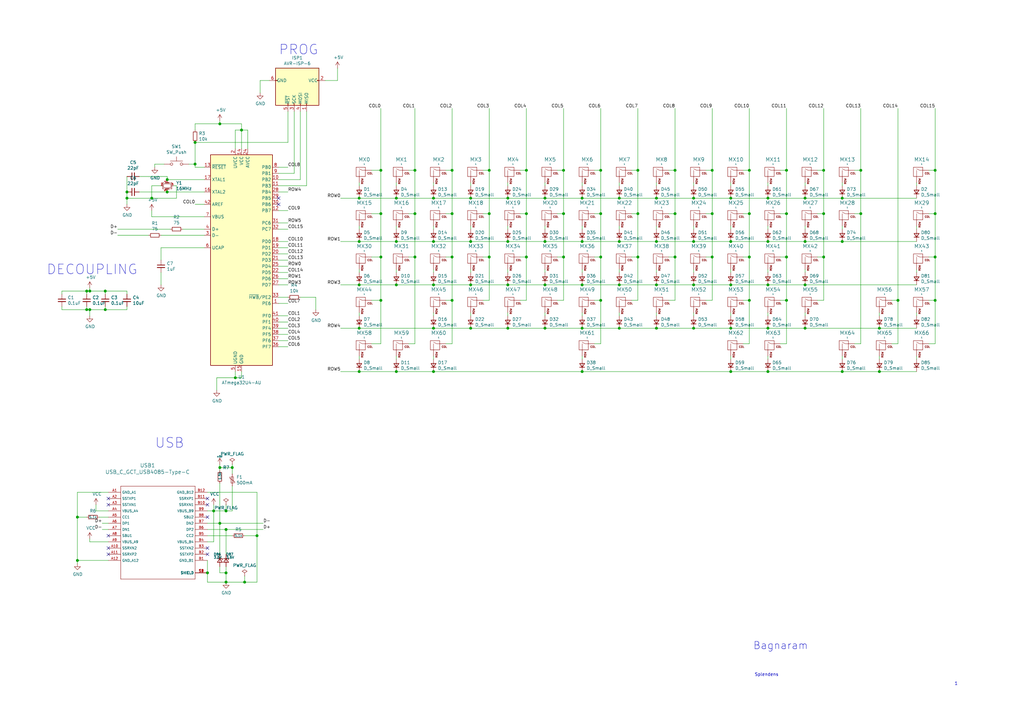
<source format=kicad_sch>
(kicad_sch (version 20200714) (host eeschema "(5.99.0-2887-gdf45a6699)")
  (page 1 1)
  (paper "A3")
  (junction (at 31.75 212.09) (diameter 1.016))
  (junction (at 31.75 229.87) (diameter 1.016))
  (junction (at 35.56 119.38) (diameter 1.016))
  (junction (at 35.56 127) (diameter 1.016))
  (junction (at 36.83 119.38) (diameter 1.016))
  (junction (at 36.83 127) (diameter 1.016))
  (junction (at 43.18 119.38) (diameter 1.016))
  (junction (at 43.18 127) (diameter 1.016))
  (junction (at 52.07 78.74) (diameter 1.016))
  (junction (at 52.07 81.28) (diameter 1.016))
  (junction (at 62.23 81.28) (diameter 1.016))
  (junction (at 68.58 73.66) (diameter 1.016))
  (junction (at 68.58 78.74) (diameter 1.016))
  (junction (at 80.01 58.42) (diameter 1.016))
  (junction (at 80.01 67.31) (diameter 1.016))
  (junction (at 85.09 234.95) (diameter 1.016))
  (junction (at 87.63 209.55) (diameter 1.016))
  (junction (at 90.17 50.8) (diameter 1.016))
  (junction (at 90.17 191.77) (diameter 1.016))
  (junction (at 90.17 214.63) (diameter 1.016))
  (junction (at 92.71 209.55) (diameter 1.016))
  (junction (at 92.71 217.17) (diameter 1.016))
  (junction (at 92.71 234.95) (diameter 1.016))
  (junction (at 92.71 238.76) (diameter 1.016))
  (junction (at 95.25 191.77) (diameter 1.016))
  (junction (at 96.52 154.94) (diameter 1.016))
  (junction (at 99.06 53.34) (diameter 1.016))
  (junction (at 100.33 238.76) (diameter 1.016))
  (junction (at 105.41 219.71) (diameter 1.016))
  (junction (at 147.32 81.28) (diameter 1.016))
  (junction (at 147.32 99.06) (diameter 1.016))
  (junction (at 147.32 116.84) (diameter 1.016))
  (junction (at 147.32 134.62) (diameter 1.016))
  (junction (at 147.32 152.4) (diameter 1.016))
  (junction (at 156.21 69.85) (diameter 1.016))
  (junction (at 156.21 87.63) (diameter 1.016))
  (junction (at 156.21 105.41) (diameter 1.016))
  (junction (at 156.21 123.19) (diameter 1.016))
  (junction (at 162.56 81.28) (diameter 1.016))
  (junction (at 162.56 99.06) (diameter 1.016))
  (junction (at 162.56 116.84) (diameter 1.016))
  (junction (at 162.56 152.4) (diameter 1.016))
  (junction (at 170.18 69.85) (diameter 1.016))
  (junction (at 170.18 87.63) (diameter 1.016))
  (junction (at 170.18 105.41) (diameter 1.016))
  (junction (at 177.8 81.28) (diameter 1.016))
  (junction (at 177.8 99.06) (diameter 1.016))
  (junction (at 177.8 116.84) (diameter 1.016))
  (junction (at 177.8 134.62) (diameter 1.016))
  (junction (at 177.8 152.4) (diameter 1.016))
  (junction (at 185.42 69.85) (diameter 1.016))
  (junction (at 185.42 87.63) (diameter 1.016))
  (junction (at 185.42 105.41) (diameter 1.016))
  (junction (at 185.42 123.19) (diameter 1.016))
  (junction (at 193.04 81.28) (diameter 1.016))
  (junction (at 193.04 99.06) (diameter 1.016))
  (junction (at 193.04 116.84) (diameter 1.016))
  (junction (at 193.04 134.62) (diameter 1.016))
  (junction (at 200.66 69.85) (diameter 1.016))
  (junction (at 200.66 87.63) (diameter 1.016))
  (junction (at 200.66 105.41) (diameter 1.016))
  (junction (at 208.28 81.28) (diameter 1.016))
  (junction (at 208.28 99.06) (diameter 1.016))
  (junction (at 208.28 116.84) (diameter 1.016))
  (junction (at 208.28 134.62) (diameter 1.016))
  (junction (at 215.9 69.85) (diameter 1.016))
  (junction (at 215.9 87.63) (diameter 1.016))
  (junction (at 215.9 105.41) (diameter 1.016))
  (junction (at 223.52 81.28) (diameter 1.016))
  (junction (at 223.52 99.06) (diameter 1.016))
  (junction (at 223.52 116.84) (diameter 1.016))
  (junction (at 223.52 134.62) (diameter 1.016))
  (junction (at 231.14 69.85) (diameter 1.016))
  (junction (at 231.14 87.63) (diameter 1.016))
  (junction (at 231.14 105.41) (diameter 1.016))
  (junction (at 238.76 81.28) (diameter 1.016))
  (junction (at 238.76 99.06) (diameter 1.016))
  (junction (at 238.76 116.84) (diameter 1.016))
  (junction (at 238.76 134.62) (diameter 1.016))
  (junction (at 238.76 152.4) (diameter 1.016))
  (junction (at 246.38 69.85) (diameter 1.016))
  (junction (at 246.38 87.63) (diameter 1.016))
  (junction (at 246.38 105.41) (diameter 1.016))
  (junction (at 246.38 123.19) (diameter 1.016))
  (junction (at 254 81.28) (diameter 1.016))
  (junction (at 254 99.06) (diameter 1.016))
  (junction (at 254 116.84) (diameter 1.016))
  (junction (at 254 134.62) (diameter 1.016))
  (junction (at 261.62 69.85) (diameter 1.016))
  (junction (at 261.62 87.63) (diameter 1.016))
  (junction (at 261.62 105.41) (diameter 1.016))
  (junction (at 269.24 81.28) (diameter 1.016))
  (junction (at 269.24 99.06) (diameter 1.016))
  (junction (at 269.24 116.84) (diameter 1.016))
  (junction (at 269.24 134.62) (diameter 1.016))
  (junction (at 276.86 69.85) (diameter 1.016))
  (junction (at 276.86 87.63) (diameter 1.016))
  (junction (at 276.86 105.41) (diameter 1.016))
  (junction (at 284.48 81.28) (diameter 1.016))
  (junction (at 284.48 99.06) (diameter 1.016))
  (junction (at 284.48 116.84) (diameter 1.016))
  (junction (at 284.48 134.62) (diameter 1.016))
  (junction (at 292.1 69.85) (diameter 1.016))
  (junction (at 292.1 87.63) (diameter 1.016))
  (junction (at 292.1 105.41) (diameter 1.016))
  (junction (at 299.72 81.28) (diameter 1.016))
  (junction (at 299.72 99.06) (diameter 1.016))
  (junction (at 299.72 116.84) (diameter 1.016))
  (junction (at 299.72 134.62) (diameter 1.016))
  (junction (at 299.72 152.4) (diameter 1.016))
  (junction (at 307.34 69.85) (diameter 1.016))
  (junction (at 307.34 87.63) (diameter 1.016))
  (junction (at 307.34 105.41) (diameter 1.016))
  (junction (at 307.34 123.19) (diameter 1.016))
  (junction (at 314.96 81.28) (diameter 1.016))
  (junction (at 314.96 99.06) (diameter 1.016))
  (junction (at 314.96 116.84) (diameter 1.016))
  (junction (at 314.96 134.62) (diameter 1.016))
  (junction (at 314.96 152.4) (diameter 1.016))
  (junction (at 322.58 69.85) (diameter 1.016))
  (junction (at 322.58 87.63) (diameter 1.016))
  (junction (at 322.58 105.41) (diameter 1.016))
  (junction (at 322.58 123.19) (diameter 1.016))
  (junction (at 330.2 81.28) (diameter 1.016))
  (junction (at 330.2 99.06) (diameter 1.016))
  (junction (at 330.2 116.84) (diameter 1.016))
  (junction (at 330.2 134.62) (diameter 1.016))
  (junction (at 337.82 69.85) (diameter 1.016))
  (junction (at 337.82 87.63) (diameter 1.016))
  (junction (at 337.82 105.41) (diameter 1.016))
  (junction (at 345.44 81.28) (diameter 1.016))
  (junction (at 345.44 99.06) (diameter 1.016))
  (junction (at 345.44 152.4) (diameter 1.016))
  (junction (at 353.06 69.85) (diameter 1.016))
  (junction (at 353.06 87.63) (diameter 1.016))
  (junction (at 360.68 134.62) (diameter 1.016))
  (junction (at 360.68 152.4) (diameter 1.016))
  (junction (at 368.3 123.19) (diameter 1.016))
  (junction (at 383.54 69.85) (diameter 1.016))
  (junction (at 383.54 87.63) (diameter 1.016))
  (junction (at 383.54 105.41) (diameter 1.016))
  (junction (at 383.54 123.19) (diameter 1.016))
  (no_connect (at 85.09 207.01))
  (no_connect (at 85.09 227.33))
  (no_connect (at 44.45 204.47))
  (no_connect (at 44.45 227.33))
  (no_connect (at 44.45 224.79))
  (no_connect (at 44.45 219.71))
  (no_connect (at 85.09 204.47))
  (no_connect (at 114.3 83.82))
  (no_connect (at 85.09 224.79))
  (no_connect (at 44.45 207.01))
  (no_connect (at 85.09 212.09))
  (no_connect (at 114.3 81.28))
  (wire (pts (xy 25.4 119.38) (xy 25.4 120.65)))
  (wire (pts (xy 25.4 125.73) (xy 25.4 127)))
  (wire (pts (xy 25.4 127) (xy 35.56 127)))
  (wire (pts (xy 31.75 201.93) (xy 44.45 201.93)))
  (wire (pts (xy 31.75 212.09) (xy 31.75 201.93)))
  (wire (pts (xy 31.75 212.09) (xy 31.75 229.87)))
  (wire (pts (xy 31.75 212.09) (xy 35.56 212.09)))
  (wire (pts (xy 31.75 229.87) (xy 31.75 231.14)))
  (wire (pts (xy 35.56 119.38) (xy 25.4 119.38)))
  (wire (pts (xy 35.56 119.38) (xy 35.56 120.65)))
  (wire (pts (xy 35.56 125.73) (xy 35.56 127)))
  (wire (pts (xy 35.56 127) (xy 36.83 127)))
  (wire (pts (xy 36.83 118.11) (xy 36.83 119.38)))
  (wire (pts (xy 36.83 119.38) (xy 35.56 119.38)))
  (wire (pts (xy 36.83 119.38) (xy 43.18 119.38)))
  (wire (pts (xy 36.83 127) (xy 36.83 129.54)))
  (wire (pts (xy 36.83 220.98) (xy 36.83 222.25)))
  (wire (pts (xy 36.83 222.25) (xy 44.45 222.25)))
  (wire (pts (xy 39.37 207.01) (xy 39.37 209.55)))
  (wire (pts (xy 40.64 212.09) (xy 44.45 212.09)))
  (wire (pts (xy 41.91 214.63) (xy 44.45 214.63)))
  (wire (pts (xy 41.91 217.17) (xy 44.45 217.17)))
  (wire (pts (xy 43.18 119.38) (xy 43.18 120.65)))
  (wire (pts (xy 43.18 119.38) (xy 52.07 119.38)))
  (wire (pts (xy 43.18 125.73) (xy 43.18 127)))
  (wire (pts (xy 43.18 127) (xy 36.83 127)))
  (wire (pts (xy 44.45 209.55) (xy 39.37 209.55)))
  (wire (pts (xy 44.45 229.87) (xy 31.75 229.87)))
  (wire (pts (xy 48.26 93.98) (xy 69.85 93.98)))
  (wire (pts (xy 48.26 96.52) (xy 60.96 96.52)))
  (wire (pts (xy 52.07 72.39) (xy 52.07 78.74)))
  (wire (pts (xy 52.07 81.28) (xy 52.07 78.74)))
  (wire (pts (xy 52.07 81.28) (xy 52.07 83.82)))
  (wire (pts (xy 52.07 119.38) (xy 52.07 120.65)))
  (wire (pts (xy 52.07 125.73) (xy 52.07 127)))
  (wire (pts (xy 52.07 127) (xy 43.18 127)))
  (wire (pts (xy 57.15 72.39) (xy 68.58 72.39)))
  (wire (pts (xy 57.15 78.74) (xy 68.58 78.74)))
  (wire (pts (xy 62.23 76.2) (xy 62.23 81.28)))
  (wire (pts (xy 62.23 81.28) (xy 52.07 81.28)))
  (wire (pts (xy 62.23 88.9) (xy 62.23 86.36)))
  (wire (pts (xy 63.5 67.31) (xy 63.5 68.58)))
  (wire (pts (xy 66.04 76.2) (xy 62.23 76.2)))
  (wire (pts (xy 66.04 96.52) (xy 83.82 96.52)))
  (wire (pts (xy 66.04 101.6) (xy 83.82 101.6)))
  (wire (pts (xy 66.04 106.68) (xy 66.04 101.6)))
  (wire (pts (xy 66.04 111.76) (xy 66.04 116.84)))
  (wire (pts (xy 67.31 67.31) (xy 63.5 67.31)))
  (wire (pts (xy 68.58 72.39) (xy 68.58 73.66)))
  (wire (pts (xy 68.58 73.66) (xy 83.82 73.66)))
  (wire (pts (xy 68.58 78.74) (xy 83.82 78.74)))
  (wire (pts (xy 71.12 76.2) (xy 72.39 76.2)))
  (wire (pts (xy 72.39 76.2) (xy 72.39 81.28)))
  (wire (pts (xy 72.39 81.28) (xy 62.23 81.28)))
  (wire (pts (xy 74.93 93.98) (xy 83.82 93.98)))
  (wire (pts (xy 77.47 67.31) (xy 80.01 67.31)))
  (wire (pts (xy 80.01 50.8) (xy 80.01 53.34)))
  (wire (pts (xy 80.01 50.8) (xy 90.17 50.8)))
  (wire (pts (xy 80.01 58.42) (xy 80.01 67.31)))
  (wire (pts (xy 80.01 58.42) (xy 118.11 58.42)))
  (wire (pts (xy 80.01 67.31) (xy 80.01 68.58)))
  (wire (pts (xy 80.01 68.58) (xy 83.82 68.58)))
  (wire (pts (xy 80.01 83.82) (xy 83.82 83.82)))
  (wire (pts (xy 83.82 88.9) (xy 62.23 88.9)))
  (wire (pts (xy 85.09 201.93) (xy 105.41 201.93)))
  (wire (pts (xy 85.09 214.63) (xy 90.17 214.63)))
  (wire (pts (xy 85.09 217.17) (xy 92.71 217.17)))
  (wire (pts (xy 85.09 219.71) (xy 95.25 219.71)))
  (wire (pts (xy 85.09 222.25) (xy 87.63 222.25)))
  (wire (pts (xy 85.09 229.87) (xy 85.09 234.95)))
  (wire (pts (xy 85.09 234.95) (xy 85.09 238.76)))
  (wire (pts (xy 85.09 238.76) (xy 92.71 238.76)))
  (wire (pts (xy 87.63 207.01) (xy 87.63 209.55)))
  (wire (pts (xy 87.63 209.55) (xy 85.09 209.55)))
  (wire (pts (xy 87.63 222.25) (xy 87.63 209.55)))
  (wire (pts (xy 88.9 154.94) (xy 88.9 160.02)))
  (wire (pts (xy 90.17 50.8) (xy 90.17 49.53)))
  (wire (pts (xy 90.17 50.8) (xy 99.06 50.8)))
  (wire (pts (xy 90.17 190.5) (xy 90.17 191.77)))
  (wire (pts (xy 90.17 191.77) (xy 90.17 193.04)))
  (wire (pts (xy 90.17 198.12) (xy 90.17 214.63)))
  (wire (pts (xy 90.17 214.63) (xy 90.17 227.33)))
  (wire (pts (xy 90.17 214.63) (xy 107.95 214.63)))
  (wire (pts (xy 90.17 232.41) (xy 90.17 234.95)))
  (wire (pts (xy 90.17 234.95) (xy 92.71 234.95)))
  (wire (pts (xy 92.71 207.01) (xy 92.71 209.55)))
  (wire (pts (xy 92.71 209.55) (xy 87.63 209.55)))
  (wire (pts (xy 92.71 217.17) (xy 92.71 227.33)))
  (wire (pts (xy 92.71 217.17) (xy 107.95 217.17)))
  (wire (pts (xy 92.71 232.41) (xy 92.71 234.95)))
  (wire (pts (xy 92.71 234.95) (xy 92.71 238.76)))
  (wire (pts (xy 92.71 238.76) (xy 100.33 238.76)))
  (wire (pts (xy 95.25 190.5) (xy 95.25 191.77)))
  (wire (pts (xy 95.25 191.77) (xy 90.17 191.77)))
  (wire (pts (xy 95.25 194.31) (xy 95.25 191.77)))
  (wire (pts (xy 95.25 199.39) (xy 95.25 209.55)))
  (wire (pts (xy 95.25 209.55) (xy 92.71 209.55)))
  (wire (pts (xy 96.52 53.34) (xy 96.52 60.96)))
  (wire (pts (xy 96.52 53.34) (xy 99.06 53.34)))
  (wire (pts (xy 96.52 152.4) (xy 96.52 154.94)))
  (wire (pts (xy 96.52 154.94) (xy 88.9 154.94)))
  (wire (pts (xy 99.06 50.8) (xy 99.06 53.34)))
  (wire (pts (xy 99.06 53.34) (xy 99.06 60.96)))
  (wire (pts (xy 99.06 53.34) (xy 101.6 53.34)))
  (wire (pts (xy 99.06 152.4) (xy 99.06 154.94)))
  (wire (pts (xy 99.06 154.94) (xy 96.52 154.94)))
  (wire (pts (xy 100.33 219.71) (xy 105.41 219.71)))
  (wire (pts (xy 100.33 236.22) (xy 100.33 238.76)))
  (wire (pts (xy 100.33 238.76) (xy 105.41 238.76)))
  (wire (pts (xy 101.6 53.34) (xy 101.6 60.96)))
  (wire (pts (xy 105.41 201.93) (xy 105.41 219.71)))
  (wire (pts (xy 105.41 219.71) (xy 105.41 238.76)))
  (wire (pts (xy 106.68 33.02) (xy 106.68 38.1)))
  (wire (pts (xy 110.49 33.02) (xy 106.68 33.02)))
  (wire (pts (xy 114.3 68.58) (xy 118.11 68.58)))
  (wire (pts (xy 114.3 78.74) (xy 118.11 78.74)))
  (wire (pts (xy 114.3 86.36) (xy 118.11 86.36)))
  (wire (pts (xy 114.3 91.44) (xy 118.11 91.44)))
  (wire (pts (xy 114.3 93.98) (xy 118.11 93.98)))
  (wire (pts (xy 114.3 99.06) (xy 118.11 99.06)))
  (wire (pts (xy 114.3 101.6) (xy 118.11 101.6)))
  (wire (pts (xy 114.3 104.14) (xy 118.11 104.14)))
  (wire (pts (xy 114.3 106.68) (xy 118.11 106.68)))
  (wire (pts (xy 114.3 109.22) (xy 118.11 109.22)))
  (wire (pts (xy 114.3 111.76) (xy 118.11 111.76)))
  (wire (pts (xy 114.3 114.3) (xy 118.11 114.3)))
  (wire (pts (xy 114.3 116.84) (xy 118.11 116.84)))
  (wire (pts (xy 114.3 121.92) (xy 118.11 121.92)))
  (wire (pts (xy 114.3 124.46) (xy 118.11 124.46)))
  (wire (pts (xy 114.3 129.54) (xy 118.11 129.54)))
  (wire (pts (xy 114.3 132.08) (xy 118.11 132.08)))
  (wire (pts (xy 114.3 134.62) (xy 118.11 134.62)))
  (wire (pts (xy 114.3 137.16) (xy 118.11 137.16)))
  (wire (pts (xy 114.3 139.7) (xy 118.11 139.7)))
  (wire (pts (xy 114.3 142.24) (xy 118.11 142.24)))
  (wire (pts (xy 118.11 45.72) (xy 118.11 58.42)))
  (wire (pts (xy 120.65 45.72) (xy 120.65 71.12)))
  (wire (pts (xy 120.65 71.12) (xy 114.3 71.12)))
  (wire (pts (xy 123.19 45.72) (xy 123.19 73.66)))
  (wire (pts (xy 123.19 73.66) (xy 114.3 73.66)))
  (wire (pts (xy 123.19 121.92) (xy 129.54 121.92)))
  (wire (pts (xy 125.73 45.72) (xy 125.73 76.2)))
  (wire (pts (xy 125.73 76.2) (xy 114.3 76.2)))
  (wire (pts (xy 129.54 121.92) (xy 129.54 127)))
  (wire (pts (xy 133.35 33.02) (xy 138.43 33.02)))
  (wire (pts (xy 138.43 27.94) (xy 138.43 33.02)))
  (wire (pts (xy 139.7 81.28) (xy 147.32 81.28)))
  (wire (pts (xy 139.7 99.06) (xy 147.32 99.06)))
  (wire (pts (xy 139.7 116.84) (xy 147.32 116.84)))
  (wire (pts (xy 139.7 134.62) (xy 147.32 134.62)))
  (wire (pts (xy 139.7 152.4) (xy 147.32 152.4)))
  (wire (pts (xy 147.32 74.93) (xy 147.32 76.2)))
  (wire (pts (xy 147.32 81.28) (xy 162.56 81.28)))
  (wire (pts (xy 147.32 92.71) (xy 147.32 93.98)))
  (wire (pts (xy 147.32 99.06) (xy 162.56 99.06)))
  (wire (pts (xy 147.32 110.49) (xy 147.32 111.76)))
  (wire (pts (xy 147.32 116.84) (xy 162.56 116.84)))
  (wire (pts (xy 147.32 128.27) (xy 147.32 129.54)))
  (wire (pts (xy 147.32 134.62) (xy 177.8 134.62)))
  (wire (pts (xy 147.32 146.05) (xy 147.32 147.32)))
  (wire (pts (xy 147.32 152.4) (xy 162.56 152.4)))
  (wire (pts (xy 156.21 44.45) (xy 156.21 69.85)))
  (wire (pts (xy 156.21 69.85) (xy 152.4 69.85)))
  (wire (pts (xy 156.21 69.85) (xy 156.21 87.63)))
  (wire (pts (xy 156.21 87.63) (xy 152.4 87.63)))
  (wire (pts (xy 156.21 87.63) (xy 156.21 105.41)))
  (wire (pts (xy 156.21 105.41) (xy 152.4 105.41)))
  (wire (pts (xy 156.21 105.41) (xy 156.21 123.19)))
  (wire (pts (xy 156.21 123.19) (xy 152.4 123.19)))
  (wire (pts (xy 156.21 123.19) (xy 156.21 140.97)))
  (wire (pts (xy 156.21 140.97) (xy 152.4 140.97)))
  (wire (pts (xy 162.56 74.93) (xy 162.56 76.2)))
  (wire (pts (xy 162.56 81.28) (xy 177.8 81.28)))
  (wire (pts (xy 162.56 92.71) (xy 162.56 93.98)))
  (wire (pts (xy 162.56 99.06) (xy 177.8 99.06)))
  (wire (pts (xy 162.56 110.49) (xy 162.56 111.76)))
  (wire (pts (xy 162.56 116.84) (xy 177.8 116.84)))
  (wire (pts (xy 162.56 146.05) (xy 162.56 147.32)))
  (wire (pts (xy 162.56 152.4) (xy 177.8 152.4)))
  (wire (pts (xy 167.64 69.85) (xy 170.18 69.85)))
  (wire (pts (xy 167.64 87.63) (xy 170.18 87.63)))
  (wire (pts (xy 167.64 105.41) (xy 170.18 105.41)))
  (wire (pts (xy 167.64 140.97) (xy 170.18 140.97)))
  (wire (pts (xy 170.18 44.45) (xy 170.18 69.85)))
  (wire (pts (xy 170.18 69.85) (xy 170.18 87.63)))
  (wire (pts (xy 170.18 87.63) (xy 170.18 105.41)))
  (wire (pts (xy 170.18 105.41) (xy 170.18 140.97)))
  (wire (pts (xy 177.8 74.93) (xy 177.8 76.2)))
  (wire (pts (xy 177.8 81.28) (xy 193.04 81.28)))
  (wire (pts (xy 177.8 92.71) (xy 177.8 93.98)))
  (wire (pts (xy 177.8 99.06) (xy 193.04 99.06)))
  (wire (pts (xy 177.8 110.49) (xy 177.8 111.76)))
  (wire (pts (xy 177.8 116.84) (xy 193.04 116.84)))
  (wire (pts (xy 177.8 128.27) (xy 177.8 129.54)))
  (wire (pts (xy 177.8 134.62) (xy 193.04 134.62)))
  (wire (pts (xy 177.8 146.05) (xy 177.8 147.32)))
  (wire (pts (xy 177.8 152.4) (xy 238.76 152.4)))
  (wire (pts (xy 182.88 69.85) (xy 185.42 69.85)))
  (wire (pts (xy 182.88 87.63) (xy 185.42 87.63)))
  (wire (pts (xy 182.88 105.41) (xy 185.42 105.41)))
  (wire (pts (xy 182.88 123.19) (xy 185.42 123.19)))
  (wire (pts (xy 182.88 140.97) (xy 185.42 140.97)))
  (wire (pts (xy 185.42 44.45) (xy 185.42 69.85)))
  (wire (pts (xy 185.42 69.85) (xy 185.42 87.63)))
  (wire (pts (xy 185.42 87.63) (xy 185.42 105.41)))
  (wire (pts (xy 185.42 105.41) (xy 185.42 123.19)))
  (wire (pts (xy 185.42 123.19) (xy 185.42 140.97)))
  (wire (pts (xy 193.04 74.93) (xy 193.04 76.2)))
  (wire (pts (xy 193.04 81.28) (xy 208.28 81.28)))
  (wire (pts (xy 193.04 92.71) (xy 193.04 93.98)))
  (wire (pts (xy 193.04 99.06) (xy 208.28 99.06)))
  (wire (pts (xy 193.04 110.49) (xy 193.04 111.76)))
  (wire (pts (xy 193.04 116.84) (xy 208.28 116.84)))
  (wire (pts (xy 193.04 128.27) (xy 193.04 129.54)))
  (wire (pts (xy 193.04 134.62) (xy 208.28 134.62)))
  (wire (pts (xy 198.12 69.85) (xy 200.66 69.85)))
  (wire (pts (xy 198.12 87.63) (xy 200.66 87.63)))
  (wire (pts (xy 198.12 105.41) (xy 200.66 105.41)))
  (wire (pts (xy 198.12 123.19) (xy 200.66 123.19)))
  (wire (pts (xy 200.66 44.45) (xy 200.66 69.85)))
  (wire (pts (xy 200.66 69.85) (xy 200.66 87.63)))
  (wire (pts (xy 200.66 87.63) (xy 200.66 105.41)))
  (wire (pts (xy 200.66 105.41) (xy 200.66 123.19)))
  (wire (pts (xy 208.28 74.93) (xy 208.28 76.2)))
  (wire (pts (xy 208.28 81.28) (xy 223.52 81.28)))
  (wire (pts (xy 208.28 92.71) (xy 208.28 93.98)))
  (wire (pts (xy 208.28 99.06) (xy 223.52 99.06)))
  (wire (pts (xy 208.28 110.49) (xy 208.28 111.76)))
  (wire (pts (xy 208.28 116.84) (xy 223.52 116.84)))
  (wire (pts (xy 208.28 128.27) (xy 208.28 129.54)))
  (wire (pts (xy 208.28 134.62) (xy 223.52 134.62)))
  (wire (pts (xy 213.36 69.85) (xy 215.9 69.85)))
  (wire (pts (xy 213.36 87.63) (xy 215.9 87.63)))
  (wire (pts (xy 213.36 105.41) (xy 215.9 105.41)))
  (wire (pts (xy 213.36 123.19) (xy 215.9 123.19)))
  (wire (pts (xy 215.9 44.45) (xy 215.9 69.85)))
  (wire (pts (xy 215.9 69.85) (xy 215.9 87.63)))
  (wire (pts (xy 215.9 87.63) (xy 215.9 105.41)))
  (wire (pts (xy 215.9 105.41) (xy 215.9 123.19)))
  (wire (pts (xy 223.52 74.93) (xy 223.52 76.2)))
  (wire (pts (xy 223.52 81.28) (xy 238.76 81.28)))
  (wire (pts (xy 223.52 92.71) (xy 223.52 93.98)))
  (wire (pts (xy 223.52 99.06) (xy 238.76 99.06)))
  (wire (pts (xy 223.52 110.49) (xy 223.52 111.76)))
  (wire (pts (xy 223.52 116.84) (xy 238.76 116.84)))
  (wire (pts (xy 223.52 128.27) (xy 223.52 129.54)))
  (wire (pts (xy 223.52 134.62) (xy 238.76 134.62)))
  (wire (pts (xy 228.6 69.85) (xy 231.14 69.85)))
  (wire (pts (xy 228.6 87.63) (xy 231.14 87.63)))
  (wire (pts (xy 228.6 105.41) (xy 231.14 105.41)))
  (wire (pts (xy 228.6 123.19) (xy 231.14 123.19)))
  (wire (pts (xy 231.14 44.45) (xy 231.14 69.85)))
  (wire (pts (xy 231.14 69.85) (xy 231.14 87.63)))
  (wire (pts (xy 231.14 87.63) (xy 231.14 105.41)))
  (wire (pts (xy 231.14 105.41) (xy 231.14 123.19)))
  (wire (pts (xy 238.76 74.93) (xy 238.76 76.2)))
  (wire (pts (xy 238.76 81.28) (xy 254 81.28)))
  (wire (pts (xy 238.76 92.71) (xy 238.76 93.98)))
  (wire (pts (xy 238.76 99.06) (xy 254 99.06)))
  (wire (pts (xy 238.76 110.49) (xy 238.76 111.76)))
  (wire (pts (xy 238.76 116.84) (xy 254 116.84)))
  (wire (pts (xy 238.76 128.27) (xy 238.76 129.54)))
  (wire (pts (xy 238.76 134.62) (xy 254 134.62)))
  (wire (pts (xy 238.76 146.05) (xy 238.76 147.32)))
  (wire (pts (xy 238.76 152.4) (xy 299.72 152.4)))
  (wire (pts (xy 243.84 69.85) (xy 246.38 69.85)))
  (wire (pts (xy 243.84 87.63) (xy 246.38 87.63)))
  (wire (pts (xy 243.84 105.41) (xy 246.38 105.41)))
  (wire (pts (xy 243.84 123.19) (xy 246.38 123.19)))
  (wire (pts (xy 243.84 140.97) (xy 246.38 140.97)))
  (wire (pts (xy 246.38 44.45) (xy 246.38 69.85)))
  (wire (pts (xy 246.38 69.85) (xy 246.38 87.63)))
  (wire (pts (xy 246.38 87.63) (xy 246.38 105.41)))
  (wire (pts (xy 246.38 105.41) (xy 246.38 123.19)))
  (wire (pts (xy 246.38 123.19) (xy 246.38 140.97)))
  (wire (pts (xy 254 74.93) (xy 254 76.2)))
  (wire (pts (xy 254 81.28) (xy 269.24 81.28)))
  (wire (pts (xy 254 92.71) (xy 254 93.98)))
  (wire (pts (xy 254 99.06) (xy 269.24 99.06)))
  (wire (pts (xy 254 110.49) (xy 254 111.76)))
  (wire (pts (xy 254 116.84) (xy 269.24 116.84)))
  (wire (pts (xy 254 128.27) (xy 254 129.54)))
  (wire (pts (xy 254 134.62) (xy 269.24 134.62)))
  (wire (pts (xy 259.08 69.85) (xy 261.62 69.85)))
  (wire (pts (xy 259.08 87.63) (xy 261.62 87.63)))
  (wire (pts (xy 259.08 105.41) (xy 261.62 105.41)))
  (wire (pts (xy 259.08 123.19) (xy 261.62 123.19)))
  (wire (pts (xy 261.62 44.45) (xy 261.62 69.85)))
  (wire (pts (xy 261.62 69.85) (xy 261.62 87.63)))
  (wire (pts (xy 261.62 87.63) (xy 261.62 105.41)))
  (wire (pts (xy 261.62 105.41) (xy 261.62 123.19)))
  (wire (pts (xy 269.24 74.93) (xy 269.24 76.2)))
  (wire (pts (xy 269.24 81.28) (xy 284.48 81.28)))
  (wire (pts (xy 269.24 92.71) (xy 269.24 93.98)))
  (wire (pts (xy 269.24 99.06) (xy 284.48 99.06)))
  (wire (pts (xy 269.24 110.49) (xy 269.24 111.76)))
  (wire (pts (xy 269.24 116.84) (xy 284.48 116.84)))
  (wire (pts (xy 269.24 128.27) (xy 269.24 129.54)))
  (wire (pts (xy 269.24 134.62) (xy 284.48 134.62)))
  (wire (pts (xy 274.32 69.85) (xy 276.86 69.85)))
  (wire (pts (xy 274.32 87.63) (xy 276.86 87.63)))
  (wire (pts (xy 274.32 105.41) (xy 276.86 105.41)))
  (wire (pts (xy 274.32 123.19) (xy 276.86 123.19)))
  (wire (pts (xy 276.86 44.45) (xy 276.86 69.85)))
  (wire (pts (xy 276.86 69.85) (xy 276.86 87.63)))
  (wire (pts (xy 276.86 87.63) (xy 276.86 105.41)))
  (wire (pts (xy 276.86 105.41) (xy 276.86 123.19)))
  (wire (pts (xy 284.48 74.93) (xy 284.48 76.2)))
  (wire (pts (xy 284.48 81.28) (xy 299.72 81.28)))
  (wire (pts (xy 284.48 92.71) (xy 284.48 93.98)))
  (wire (pts (xy 284.48 99.06) (xy 299.72 99.06)))
  (wire (pts (xy 284.48 110.49) (xy 284.48 111.76)))
  (wire (pts (xy 284.48 116.84) (xy 299.72 116.84)))
  (wire (pts (xy 284.48 128.27) (xy 284.48 129.54)))
  (wire (pts (xy 284.48 134.62) (xy 299.72 134.62)))
  (wire (pts (xy 289.56 69.85) (xy 292.1 69.85)))
  (wire (pts (xy 289.56 87.63) (xy 292.1 87.63)))
  (wire (pts (xy 289.56 105.41) (xy 292.1 105.41)))
  (wire (pts (xy 289.56 123.19) (xy 292.1 123.19)))
  (wire (pts (xy 292.1 44.45) (xy 292.1 69.85)))
  (wire (pts (xy 292.1 69.85) (xy 292.1 87.63)))
  (wire (pts (xy 292.1 87.63) (xy 292.1 105.41)))
  (wire (pts (xy 292.1 105.41) (xy 292.1 123.19)))
  (wire (pts (xy 299.72 74.93) (xy 299.72 76.2)))
  (wire (pts (xy 299.72 81.28) (xy 314.96 81.28)))
  (wire (pts (xy 299.72 92.71) (xy 299.72 93.98)))
  (wire (pts (xy 299.72 99.06) (xy 314.96 99.06)))
  (wire (pts (xy 299.72 110.49) (xy 299.72 111.76)))
  (wire (pts (xy 299.72 116.84) (xy 314.96 116.84)))
  (wire (pts (xy 299.72 128.27) (xy 299.72 129.54)))
  (wire (pts (xy 299.72 134.62) (xy 314.96 134.62)))
  (wire (pts (xy 299.72 146.05) (xy 299.72 147.32)))
  (wire (pts (xy 299.72 152.4) (xy 314.96 152.4)))
  (wire (pts (xy 304.8 69.85) (xy 307.34 69.85)))
  (wire (pts (xy 304.8 87.63) (xy 307.34 87.63)))
  (wire (pts (xy 304.8 105.41) (xy 307.34 105.41)))
  (wire (pts (xy 304.8 123.19) (xy 307.34 123.19)))
  (wire (pts (xy 304.8 140.97) (xy 307.34 140.97)))
  (wire (pts (xy 307.34 44.45) (xy 307.34 69.85)))
  (wire (pts (xy 307.34 69.85) (xy 307.34 87.63)))
  (wire (pts (xy 307.34 87.63) (xy 307.34 105.41)))
  (wire (pts (xy 307.34 105.41) (xy 307.34 123.19)))
  (wire (pts (xy 307.34 123.19) (xy 307.34 140.97)))
  (wire (pts (xy 314.96 74.93) (xy 314.96 76.2)))
  (wire (pts (xy 314.96 81.28) (xy 330.2 81.28)))
  (wire (pts (xy 314.96 92.71) (xy 314.96 93.98)))
  (wire (pts (xy 314.96 99.06) (xy 330.2 99.06)))
  (wire (pts (xy 314.96 110.49) (xy 314.96 111.76)))
  (wire (pts (xy 314.96 116.84) (xy 330.2 116.84)))
  (wire (pts (xy 314.96 128.27) (xy 314.96 129.54)))
  (wire (pts (xy 314.96 134.62) (xy 330.2 134.62)))
  (wire (pts (xy 314.96 146.05) (xy 314.96 147.32)))
  (wire (pts (xy 314.96 152.4) (xy 345.44 152.4)))
  (wire (pts (xy 320.04 69.85) (xy 322.58 69.85)))
  (wire (pts (xy 320.04 87.63) (xy 322.58 87.63)))
  (wire (pts (xy 320.04 105.41) (xy 322.58 105.41)))
  (wire (pts (xy 320.04 123.19) (xy 322.58 123.19)))
  (wire (pts (xy 320.04 140.97) (xy 322.58 140.97)))
  (wire (pts (xy 322.58 44.45) (xy 322.58 69.85)))
  (wire (pts (xy 322.58 69.85) (xy 322.58 87.63)))
  (wire (pts (xy 322.58 87.63) (xy 322.58 105.41)))
  (wire (pts (xy 322.58 105.41) (xy 322.58 123.19)))
  (wire (pts (xy 322.58 123.19) (xy 322.58 140.97)))
  (wire (pts (xy 330.2 74.93) (xy 330.2 76.2)))
  (wire (pts (xy 330.2 81.28) (xy 345.44 81.28)))
  (wire (pts (xy 330.2 92.71) (xy 330.2 93.98)))
  (wire (pts (xy 330.2 99.06) (xy 345.44 99.06)))
  (wire (pts (xy 330.2 110.49) (xy 330.2 111.76)))
  (wire (pts (xy 330.2 116.84) (xy 375.92 116.84)))
  (wire (pts (xy 330.2 128.27) (xy 330.2 129.54)))
  (wire (pts (xy 330.2 134.62) (xy 360.68 134.62)))
  (wire (pts (xy 335.28 69.85) (xy 337.82 69.85)))
  (wire (pts (xy 335.28 87.63) (xy 337.82 87.63)))
  (wire (pts (xy 335.28 105.41) (xy 337.82 105.41)))
  (wire (pts (xy 335.28 123.19) (xy 337.82 123.19)))
  (wire (pts (xy 337.82 44.45) (xy 337.82 69.85)))
  (wire (pts (xy 337.82 69.85) (xy 337.82 87.63)))
  (wire (pts (xy 337.82 87.63) (xy 337.82 105.41)))
  (wire (pts (xy 337.82 105.41) (xy 337.82 123.19)))
  (wire (pts (xy 345.44 74.93) (xy 345.44 76.2)))
  (wire (pts (xy 345.44 81.28) (xy 375.92 81.28)))
  (wire (pts (xy 345.44 92.71) (xy 345.44 93.98)))
  (wire (pts (xy 345.44 99.06) (xy 375.92 99.06)))
  (wire (pts (xy 345.44 146.05) (xy 345.44 147.32)))
  (wire (pts (xy 345.44 152.4) (xy 360.68 152.4)))
  (wire (pts (xy 350.52 69.85) (xy 353.06 69.85)))
  (wire (pts (xy 350.52 87.63) (xy 353.06 87.63)))
  (wire (pts (xy 350.52 140.97) (xy 353.06 140.97)))
  (wire (pts (xy 353.06 44.45) (xy 353.06 69.85)))
  (wire (pts (xy 353.06 69.85) (xy 353.06 87.63)))
  (wire (pts (xy 353.06 87.63) (xy 353.06 140.97)))
  (wire (pts (xy 360.68 128.27) (xy 360.68 129.54)))
  (wire (pts (xy 360.68 134.62) (xy 375.92 134.62)))
  (wire (pts (xy 360.68 146.05) (xy 360.68 147.32)))
  (wire (pts (xy 360.68 152.4) (xy 375.92 152.4)))
  (wire (pts (xy 365.76 123.19) (xy 368.3 123.19)))
  (wire (pts (xy 365.76 140.97) (xy 368.3 140.97)))
  (wire (pts (xy 368.3 44.45) (xy 368.3 123.19)))
  (wire (pts (xy 368.3 123.19) (xy 368.3 140.97)))
  (wire (pts (xy 375.92 74.93) (xy 375.92 76.2)))
  (wire (pts (xy 375.92 92.71) (xy 375.92 93.98)))
  (wire (pts (xy 375.92 110.49) (xy 375.92 111.76)))
  (wire (pts (xy 375.92 128.27) (xy 375.92 129.54)))
  (wire (pts (xy 375.92 146.05) (xy 375.92 147.32)))
  (wire (pts (xy 381 105.41) (xy 383.54 105.41)))
  (wire (pts (xy 381 123.19) (xy 383.54 123.19)))
  (wire (pts (xy 381 140.97) (xy 383.54 140.97)))
  (wire (pts (xy 383.54 44.45) (xy 383.54 69.85)))
  (wire (pts (xy 383.54 69.85) (xy 381 69.85)))
  (wire (pts (xy 383.54 69.85) (xy 383.54 87.63)))
  (wire (pts (xy 383.54 87.63) (xy 381 87.63)))
  (wire (pts (xy 383.54 87.63) (xy 383.54 105.41)))
  (wire (pts (xy 383.54 105.41) (xy 383.54 123.19)))
  (wire (pts (xy 383.54 123.19) (xy 383.54 140.97)))
  (text "DECOUPLING" (at 19.05 113.03 0) (effects (font (size 3.988 3.988)) (justify left bottom)))
  (text "USB" (at 63.5 184.15 0) (effects (font (size 3.988 3.988)) (justify left bottom)))
  (text "PROG" (at 114.3 22.86 0) (effects (font (size 3.988 3.988)) (justify left bottom)))
  (text "Splendens" (at 319.3641 277.5367 180) (effects (font (size 1.27 1.27)) (justify right bottom)))
  (text "Bagnaram" (at 331.47 266.7 180) (effects (font (size 2.997 2.997)) (justify right bottom)))
  (text "1" (at 392.8618 281.2542 180) (effects (font (size 1.27 1.27)) (justify right bottom)))
  (label "D+" (at 41.91 214.63 180))
  (label "D-" (at 41.91 217.17 180))
  (label "D+" (at 48.26 93.98 180))
  (label "D-" (at 48.26 96.52 180))
  (label "COL0" (at 80.01 83.82 180))
  (label "D-" (at 107.95 214.63 0))
  (label "D+" (at 107.95 217.17 0))
  (label "COL8" (at 118.11 68.58 0))
  (label "ROW4" (at 118.11 78.74 0))
  (label "COL9" (at 118.11 86.36 0))
  (label "ROW5" (at 118.11 91.44 0))
  (label "COL15" (at 118.11 93.98 0))
  (label "COL10" (at 118.11 99.06 0))
  (label "COL11" (at 118.11 101.6 0))
  (label "COL12" (at 118.11 104.14 0))
  (label "COL13" (at 118.11 106.68 0))
  (label "ROW0" (at 118.11 109.22 0))
  (label "COL14" (at 118.11 111.76 0))
  (label "ROW1" (at 118.11 114.3 0))
  (label "ROW3" (at 118.11 116.84 0))
  (label "COL7" (at 118.11 124.46 0))
  (label "COL1" (at 118.11 129.54 0))
  (label "COL2" (at 118.11 132.08 0))
  (label "COL3" (at 118.11 134.62 0))
  (label "COL4" (at 118.11 137.16 0))
  (label "COL5" (at 118.11 139.7 0))
  (label "COL6" (at 118.11 142.24 0))
  (label "ROW0" (at 139.7 81.28 180))
  (label "ROW1" (at 139.7 99.06 180))
  (label "ROW3" (at 139.7 116.84 180))
  (label "ROW4" (at 139.7 134.62 180))
  (label "ROW5" (at 139.7 152.4 180))
  (label "COL0" (at 156.21 44.45 180))
  (label "COL1" (at 170.18 44.45 180))
  (label "COL2" (at 185.42 44.45 180))
  (label "COL3" (at 200.66 44.45 180))
  (label "COL4" (at 215.9 44.45 180))
  (label "COL5" (at 231.14 44.45 180))
  (label "COL6" (at 246.38 44.45 180))
  (label "COL7" (at 261.62 44.45 180))
  (label "COL8" (at 276.86 44.45 180))
  (label "COL9" (at 292.1 44.45 180))
  (label "COL10" (at 307.34 44.45 180))
  (label "COL11" (at 322.58 44.45 180))
  (label "COL12" (at 337.82 44.45 180))
  (label "COL13" (at 353.06 44.45 180))
  (label "COL14" (at 368.3 44.45 180))
  (label "COL15" (at 383.54 44.45 180))
  (symbol (lib_id "power:PWR_FLAG") (at 92.71 207.01 0) (unit 1)
    (property "Reference" "#FLG0102" (effects hide))
    (property "Value" "PWR_FLAG" (at 92.71 208.28 0))
  )
  (symbol (lib_id "power:PWR_FLAG") (at 95.25 190.5 0) (unit 1)
    (property "Reference" "#FLG0101" (effects hide))
    (property "Value" "PWR_FLAG" (at 95.25 186.1756 0))
  )
  (symbol (lib_id "power:PWR_FLAG") (at 100.33 236.22 0) (unit 1)
    (property "Reference" "#FLG0103" (effects hide))
    (property "Value" "PWR_FLAG" (at 100.33 231.8956 0))
  )
  (symbol (lib_id "power:+5V") (at 36.83 118.11 0) (unit 1)
    (property "Reference" "#PWR0103" (effects hide))
    (property "Value" "+5V" (at 37.211 113.7158 0))
  )
  (symbol (lib_id "power:VCC") (at 36.83 220.98 0) (unit 1)
    (property "Reference" "#PWR0111" (effects hide))
    (property "Value" "VCC" (at 37.2618 216.5858 0))
  )
  (symbol (lib_id "power:VCC") (at 39.37 207.01 0) (unit 1)
    (property "Reference" "#PWR0113" (effects hide))
    (property "Value" "VCC" (at 39.8018 202.6158 0))
  )
  (symbol (lib_id "power:+5V") (at 62.23 86.36 0) (unit 1)
    (property "Reference" "#PWR0105" (effects hide))
    (property "Value" "+5V" (at 62.611 81.9658 0))
  )
  (symbol (lib_id "power:VCC") (at 87.63 207.01 0) (unit 1)
    (property "Reference" "#PWR0116" (effects hide))
    (property "Value" "VCC" (at 88.0618 202.6158 0))
  )
  (symbol (lib_id "power:+5V") (at 90.17 49.53 0) (unit 1)
    (property "Reference" "#PWR0108" (effects hide))
    (property "Value" "+5V" (at 90.551 45.1358 0))
  )
  (symbol (lib_id "power:+5V") (at 90.17 190.5 0) (unit 1)
    (property "Reference" "#PWR0115" (effects hide))
    (property "Value" "+5V" (at 90.0684 187.2488 0) (effects (font (size 0.762 0.762))))
  )
  (symbol (lib_id "power:+5V") (at 138.43 27.94 0) (unit 1)
    (property "Reference" "#PWR0114" (effects hide))
    (property "Value" "+5V" (at 138.811 23.5458 0))
  )
  (symbol (lib_id "power:GND") (at 31.75 231.14 0) (unit 1)
    (property "Reference" "#PWR0112" (effects hide))
    (property "Value" "GND" (at 31.877 235.5342 0))
  )
  (symbol (lib_id "power:GND") (at 36.83 129.54 0) (unit 1)
    (property "Reference" "#PWR0101" (effects hide))
    (property "Value" "GND" (at 36.957 133.9342 0))
  )
  (symbol (lib_id "power:GND") (at 52.07 83.82 0) (unit 1)
    (property "Reference" "#PWR0110" (effects hide))
    (property "Value" "GND" (at 52.197 88.2142 0))
  )
  (symbol (lib_id "power:GND") (at 63.5 68.58 0) (unit 1)
    (property "Reference" "#PWR0106" (effects hide))
    (property "Value" "GND" (at 63.627 72.9742 0))
  )
  (symbol (lib_id "power:GND") (at 66.04 116.84 0) (unit 1)
    (property "Reference" "#PWR0102" (effects hide))
    (property "Value" "GND" (at 66.167 121.2342 0))
  )
  (symbol (lib_id "power:GND") (at 88.9 160.02 0) (unit 1)
    (property "Reference" "#PWR0104" (effects hide))
    (property "Value" "GND" (at 89.027 164.4142 0))
  )
  (symbol (lib_id "power:GND") (at 92.71 238.76 0) (unit 1)
    (property "Reference" "#PWR0117" (effects hide))
    (property "Value" "GND" (at 92.837 243.1542 0))
  )
  (symbol (lib_id "power:GND") (at 106.68 38.1 0) (unit 1)
    (property "Reference" "#PWR0107" (effects hide))
    (property "Value" "GND" (at 106.807 42.4942 0))
  )
  (symbol (lib_id "power:GND") (at 129.54 127 0) (unit 1)
    (property "Reference" "#PWR0109" (effects hide))
    (property "Value" "GND" (at 129.667 131.3942 0))
  )
  (symbol (lib_id "Device:R_Small") (at 38.1 212.09 90) (unit 1)
    (property "Reference" "R6" (at 38.1 209.55 90))
    (property "Value" "5.1k" (at 38.1 212.09 90) (effects (font (size 0.9906 0.9906))))
    (property "Footprint" "Resistor_SMD:R_0805_2012Metric" (effects hide))
    (property "SKU" "CR0805-FX-5101ELF " (effects hide))
  )
  (symbol (lib_name "Device:R_Small_2") (lib_id "Device:R_Small") (at 63.5 96.52 90) (unit 1)
    (property "Reference" "R1" (at 63.5 91.567 90))
    (property "Value" "75" (at 63.5 93.8784 90))
    (property "Footprint" "Resistor_SMD:R_0805_2012Metric" (effects hide))
    (property "SKU" "GWCR0805-75RFT5 " (effects hide))
  )
  (symbol (lib_name "Device:R_Small_1") (lib_id "Device:R_Small") (at 72.39 93.98 90) (unit 1)
    (property "Reference" "R2" (at 72.39 89.027 90))
    (property "Value" "75" (at 72.39 91.3384 90))
    (property "Footprint" "Resistor_SMD:R_0805_2012Metric" (effects hide))
    (property "SKU" "GWCR0805-75RFT5 " (effects hide))
  )
  (symbol (lib_id "Device:R_Small") (at 80.01 55.88 0) (unit 1)
    (property "Reference" "R3" (at 81.5086 54.737 0) (effects (justify left)))
    (property "Value" "10k" (at 81.5086 57.023 0) (effects (justify left)))
    (property "Footprint" "Resistor_SMD:R_0805_2012Metric" (effects hide))
    (property "SKU" "WCR0805-10KFI " (effects hide))
  )
  (symbol (lib_id "Device:R_Small") (at 90.17 195.58 0) (unit 1)
    (property "Reference" "R7" (at 91.44 191.77 0) (effects (justify left)))
    (property "Value" "1.5k" (at 90.17 196.85 90) (effects (font (size 0.9906 0.9906)) (justify left)))
    (property "Footprint" "Resistor_SMD:R_0805_2012Metric" (effects hide))
    (property "SKU" "CR0805-FX-1501ELF " (effects hide))
  )
  (symbol (lib_id "Device:R_Small") (at 97.79 219.71 90) (unit 1)
    (property "Reference" "R5" (at 97.79 217.17 90))
    (property "Value" "5.1k" (at 97.79 219.71 90) (effects (font (size 0.9906 0.9906))))
    (property "Footprint" "Resistor_SMD:R_0805_2012Metric" (effects hide))
    (property "SKU" "CR0805-FX-5101ELF " (effects hide))
  )
  (symbol (lib_id "Device:R_Small") (at 120.65 121.92 90) (unit 1)
    (property "Reference" "R4" (at 120.65 116.967 90))
    (property "Value" "10k" (at 120.65 119.2784 90))
    (property "Footprint" "Resistor_SMD:R_0805_2012Metric" (effects hide))
    (property "SKU" "WCR0805-10KFI " (effects hide))
  )
  (symbol (lib_name "Device:Polyfuse_Small_1") (lib_id "Device:Polyfuse_Small") (at 95.25 196.85 0) (unit 1)
    (property "Reference" "F1" (at 96.9772 195.6816 0) (effects (justify left)))
    (property "Value" "500mA" (at 96.9772 197.993 0) (effects (justify left)))
    (property "Footprint" "cftkb:polyfuse_5.1mm" (effects hide))
    (property "SKU" "MF-R050" (effects hide))
  )
  (symbol (lib_id "Device:D_Zener_Small") (at 90.17 229.87 270) (unit 1)
    (property "Reference" "D86" (at 87.63 227.33 90) (effects (font (size 0.991 0.991)) (justify left)))
    (property "Value" "3.6V" (at 92.71 228.6 90) (effects (font (size 0.9906 0.9906)) (justify left)))
    (property "Footprint" "Diode_SMD:D_SOD-123" (effects hide))
    (property "SKU" "MMSZ4685T1G" (effects hide))
  )
  (symbol (lib_id "Device:D_Zener_Small") (at 92.71 229.87 270) (unit 1)
    (property "Reference" "D87" (at 92.71 227.33 90) (effects (font (size 0.991 0.991)) (justify left)))
    (property "Value" "3.6V" (at 87.63 228.6 90) (effects (font (size 0.9906 0.9906)) (justify left)))
    (property "Footprint" "Diode_SMD:D_SOD-123" (effects hide))
    (property "SKU" "MMSZ4685T1G" (effects hide))
  )
  (symbol (lib_id "Device:D_Small") (at 147.32 78.74 90) (unit 1)
    (property "Reference" "D1" (at 149.098 77.597 90) (effects (justify right)))
    (property "Value" "D_Small" (at 149.098 79.883 90) (effects (justify right)))
    (property "Footprint" "Diode_SMD:D_SOD-123" (effects hide))
    (property "SKU" " 1N4148W-E3-08 " (effects hide))
  )
  (symbol (lib_id "Device:D_Small") (at 147.32 96.52 90) (unit 1)
    (property "Reference" "D5" (at 149.098 95.377 90) (effects (justify right)))
    (property "Value" "D_Small" (at 149.098 97.663 90) (effects (justify right)))
    (property "Footprint" "Diode_SMD:D_SOD-123" (effects hide))
    (property "SKU" " 1N4148W-E3-08 " (effects hide))
  )
  (symbol (lib_id "Device:D_Small") (at 147.32 114.3 90) (unit 1)
    (property "Reference" "D6" (at 149.098 113.157 90) (effects (justify right)))
    (property "Value" "D_Small" (at 149.098 115.443 90) (effects (justify right)))
    (property "Footprint" "Diode_SMD:D_SOD-123" (effects hide))
    (property "SKU" " 1N4148W-E3-08 " (effects hide))
  )
  (symbol (lib_id "Device:D_Small") (at 147.32 132.08 90) (unit 1)
    (property "Reference" "D7" (at 149.098 130.937 90) (effects (justify right)))
    (property "Value" "D_Small" (at 149.098 133.223 90) (effects (justify right)))
    (property "Footprint" "Diode_SMD:D_SOD-123" (effects hide))
    (property "SKU" " 1N4148W-E3-08 " (effects hide))
  )
  (symbol (lib_id "Device:D_Small") (at 147.32 149.86 90) (unit 1)
    (property "Reference" "D8" (at 149.098 148.717 90) (effects (justify right)))
    (property "Value" "D_Small" (at 149.098 151.003 90) (effects (justify right)))
    (property "Footprint" "Diode_SMD:D_SOD-123" (effects hide))
    (property "SKU" " 1N4148W-E3-08 " (effects hide))
  )
  (symbol (lib_id "Device:D_Small") (at 162.56 78.74 90) (unit 1)
    (property "Reference" "D4" (at 164.338 77.597 90) (effects (justify right)))
    (property "Value" "D_Small" (at 164.338 79.883 90) (effects (justify right)))
    (property "Footprint" "Diode_SMD:D_SOD-123" (effects hide))
    (property "SKU" " 1N4148W-E3-08 " (effects hide))
  )
  (symbol (lib_id "Device:D_Small") (at 162.56 96.52 90) (unit 1)
    (property "Reference" "D9" (at 164.338 95.377 90) (effects (justify right)))
    (property "Value" "D_Small" (at 164.338 97.663 90) (effects (justify right)))
    (property "Footprint" "Diode_SMD:D_SOD-123" (effects hide))
    (property "SKU" " 1N4148W-E3-08 " (effects hide))
  )
  (symbol (lib_id "Device:D_Small") (at 162.56 114.3 90) (unit 1)
    (property "Reference" "D10" (at 164.338 113.157 90) (effects (justify right)))
    (property "Value" "D_Small" (at 164.338 115.443 90) (effects (justify right)))
    (property "Footprint" "Diode_SMD:D_SOD-123" (effects hide))
    (property "SKU" " 1N4148W-E3-08 " (effects hide))
  )
  (symbol (lib_id "Device:D_Small") (at 162.56 149.86 90) (unit 1)
    (property "Reference" "D11" (at 164.338 148.717 90) (effects (justify right)))
    (property "Value" "D_Small" (at 164.338 151.003 90) (effects (justify right)))
    (property "Footprint" "Diode_SMD:D_SOD-123" (effects hide))
    (property "SKU" " 1N4148W-E3-08 " (effects hide))
  )
  (symbol (lib_id "Device:D_Small") (at 177.8 78.74 90) (unit 1)
    (property "Reference" "D13" (at 179.578 77.597 90) (effects (justify right)))
    (property "Value" "D_Small" (at 179.578 79.883 90) (effects (justify right)))
    (property "Footprint" "Diode_SMD:D_SOD-123" (effects hide))
    (property "SKU" " 1N4148W-E3-08 " (effects hide))
  )
  (symbol (lib_id "Device:D_Small") (at 177.8 96.52 90) (unit 1)
    (property "Reference" "D14" (at 179.578 95.377 90) (effects (justify right)))
    (property "Value" "D_Small" (at 179.578 97.663 90) (effects (justify right)))
    (property "Footprint" "Diode_SMD:D_SOD-123" (effects hide))
    (property "SKU" " 1N4148W-E3-08 " (effects hide))
  )
  (symbol (lib_id "Device:D_Small") (at 177.8 114.3 90) (unit 1)
    (property "Reference" "D15" (at 179.578 113.157 90) (effects (justify right)))
    (property "Value" "D_Small" (at 179.578 115.443 90) (effects (justify right)))
    (property "Footprint" "Diode_SMD:D_SOD-123" (effects hide))
    (property "SKU" " 1N4148W-E3-08 " (effects hide))
  )
  (symbol (lib_id "Device:D_Small") (at 177.8 132.08 90) (unit 1)
    (property "Reference" "D16" (at 179.578 130.937 90) (effects (justify right)))
    (property "Value" "D_Small" (at 179.578 133.223 90) (effects (justify right)))
    (property "Footprint" "Diode_SMD:D_SOD-123" (effects hide))
    (property "SKU" " 1N4148W-E3-08 " (effects hide))
  )
  (symbol (lib_id "Device:D_Small") (at 177.8 149.86 90) (unit 1)
    (property "Reference" "D17" (at 179.578 148.717 90) (effects (justify right)))
    (property "Value" "D_Small" (at 179.578 151.003 90) (effects (justify right)))
    (property "Footprint" "Diode_SMD:D_SOD-123" (effects hide))
    (property "SKU" " 1N4148W-E3-08 " (effects hide))
  )
  (symbol (lib_id "Device:D_Small") (at 193.04 78.74 90) (unit 1)
    (property "Reference" "D19" (at 194.818 77.597 90) (effects (justify right)))
    (property "Value" "D_Small" (at 194.818 79.883 90) (effects (justify right)))
    (property "Footprint" "Diode_SMD:D_SOD-123" (effects hide))
    (property "SKU" " 1N4148W-E3-08 " (effects hide))
  )
  (symbol (lib_id "Device:D_Small") (at 193.04 96.52 90) (unit 1)
    (property "Reference" "D20" (at 194.818 95.377 90) (effects (justify right)))
    (property "Value" "D_Small" (at 194.818 97.663 90) (effects (justify right)))
    (property "Footprint" "Diode_SMD:D_SOD-123" (effects hide))
    (property "SKU" " 1N4148W-E3-08 " (effects hide))
  )
  (symbol (lib_id "Device:D_Small") (at 193.04 114.3 90) (unit 1)
    (property "Reference" "D21" (at 194.818 113.157 90) (effects (justify right)))
    (property "Value" "D_Small" (at 194.818 115.443 90) (effects (justify right)))
    (property "Footprint" "Diode_SMD:D_SOD-123" (effects hide))
    (property "SKU" " 1N4148W-E3-08 " (effects hide))
  )
  (symbol (lib_id "Device:D_Small") (at 193.04 132.08 90) (unit 1)
    (property "Reference" "D22" (at 194.818 130.937 90) (effects (justify right)))
    (property "Value" "D_Small" (at 194.818 133.223 90) (effects (justify right)))
    (property "Footprint" "Diode_SMD:D_SOD-123" (effects hide))
    (property "SKU" " 1N4148W-E3-08 " (effects hide))
  )
  (symbol (lib_id "Device:D_Small") (at 208.28 78.74 90) (unit 1)
    (property "Reference" "D24" (at 210.058 77.597 90) (effects (justify right)))
    (property "Value" "D_Small" (at 210.058 79.883 90) (effects (justify right)))
    (property "Footprint" "Diode_SMD:D_SOD-123" (effects hide))
    (property "SKU" " 1N4148W-E3-08 " (effects hide))
  )
  (symbol (lib_id "Device:D_Small") (at 208.28 96.52 90) (unit 1)
    (property "Reference" "D25" (at 210.058 95.377 90) (effects (justify right)))
    (property "Value" "D_Small" (at 210.058 97.663 90) (effects (justify right)))
    (property "Footprint" "Diode_SMD:D_SOD-123" (effects hide))
    (property "SKU" " 1N4148W-E3-08 " (effects hide))
  )
  (symbol (lib_id "Device:D_Small") (at 208.28 114.3 90) (unit 1)
    (property "Reference" "D26" (at 210.058 113.157 90) (effects (justify right)))
    (property "Value" "D_Small" (at 210.058 115.443 90) (effects (justify right)))
    (property "Footprint" "Diode_SMD:D_SOD-123" (effects hide))
    (property "SKU" " 1N4148W-E3-08 " (effects hide))
  )
  (symbol (lib_id "Device:D_Small") (at 208.28 132.08 90) (unit 1)
    (property "Reference" "D27" (at 210.058 130.937 90) (effects (justify right)))
    (property "Value" "D_Small" (at 210.058 133.223 90) (effects (justify right)))
    (property "Footprint" "Diode_SMD:D_SOD-123" (effects hide))
    (property "SKU" " 1N4148W-E3-08 " (effects hide))
  )
  (symbol (lib_id "Device:D_Small") (at 223.52 78.74 90) (unit 1)
    (property "Reference" "D29" (at 225.298 77.597 90) (effects (justify right)))
    (property "Value" "D_Small" (at 225.298 79.883 90) (effects (justify right)))
    (property "Footprint" "Diode_SMD:D_SOD-123" (effects hide))
    (property "SKU" " 1N4148W-E3-08 " (effects hide))
  )
  (symbol (lib_id "Device:D_Small") (at 223.52 96.52 90) (unit 1)
    (property "Reference" "D30" (at 225.298 95.377 90) (effects (justify right)))
    (property "Value" "D_Small" (at 225.298 97.663 90) (effects (justify right)))
    (property "Footprint" "Diode_SMD:D_SOD-123" (effects hide))
    (property "SKU" " 1N4148W-E3-08 " (effects hide))
  )
  (symbol (lib_id "Device:D_Small") (at 223.52 114.3 90) (unit 1)
    (property "Reference" "D31" (at 225.298 113.157 90) (effects (justify right)))
    (property "Value" "D_Small" (at 225.298 115.443 90) (effects (justify right)))
    (property "Footprint" "Diode_SMD:D_SOD-123" (effects hide))
    (property "SKU" " 1N4148W-E3-08 " (effects hide))
  )
  (symbol (lib_id "Device:D_Small") (at 223.52 132.08 90) (unit 1)
    (property "Reference" "D32" (at 225.298 130.937 90) (effects (justify right)))
    (property "Value" "D_Small" (at 225.298 133.223 90) (effects (justify right)))
    (property "Footprint" "Diode_SMD:D_SOD-123" (effects hide))
    (property "SKU" " 1N4148W-E3-08 " (effects hide))
  )
  (symbol (lib_id "Device:D_Small") (at 238.76 78.74 90) (unit 1)
    (property "Reference" "D34" (at 240.538 77.597 90) (effects (justify right)))
    (property "Value" "D_Small" (at 240.538 79.883 90) (effects (justify right)))
    (property "Footprint" "Diode_SMD:D_SOD-123" (effects hide))
    (property "SKU" " 1N4148W-E3-08 " (effects hide))
  )
  (symbol (lib_id "Device:D_Small") (at 238.76 96.52 90) (unit 1)
    (property "Reference" "D35" (at 240.538 95.377 90) (effects (justify right)))
    (property "Value" "D_Small" (at 240.538 97.663 90) (effects (justify right)))
    (property "Footprint" "Diode_SMD:D_SOD-123" (effects hide))
    (property "SKU" " 1N4148W-E3-08 " (effects hide))
  )
  (symbol (lib_id "Device:D_Small") (at 238.76 114.3 90) (unit 1)
    (property "Reference" "D36" (at 240.538 113.157 90) (effects (justify right)))
    (property "Value" "D_Small" (at 240.538 115.443 90) (effects (justify right)))
    (property "Footprint" "Diode_SMD:D_SOD-123" (effects hide))
    (property "SKU" " 1N4148W-E3-08 " (effects hide))
  )
  (symbol (lib_id "Device:D_Small") (at 238.76 132.08 90) (unit 1)
    (property "Reference" "D37" (at 240.538 130.937 90) (effects (justify right)))
    (property "Value" "D_Small" (at 240.538 133.223 90) (effects (justify right)))
    (property "Footprint" "Diode_SMD:D_SOD-123" (effects hide))
    (property "SKU" " 1N4148W-E3-08 " (effects hide))
  )
  (symbol (lib_id "Device:D_Small") (at 238.76 149.86 90) (unit 1)
    (property "Reference" "D38" (at 240.538 148.717 90) (effects (justify right)))
    (property "Value" "D_Small" (at 240.538 151.003 90) (effects (justify right)))
    (property "Footprint" "Diode_SMD:D_SOD-123" (effects hide))
    (property "SKU" " 1N4148W-E3-08 " (effects hide))
  )
  (symbol (lib_id "Device:D_Small") (at 254 78.74 90) (unit 1)
    (property "Reference" "D40" (at 255.778 77.597 90) (effects (justify right)))
    (property "Value" "D_Small" (at 255.778 79.883 90) (effects (justify right)))
    (property "Footprint" "Diode_SMD:D_SOD-123" (effects hide))
    (property "SKU" " 1N4148W-E3-08 " (effects hide))
  )
  (symbol (lib_id "Device:D_Small") (at 254 96.52 90) (unit 1)
    (property "Reference" "D41" (at 255.778 95.377 90) (effects (justify right)))
    (property "Value" "D_Small" (at 255.778 97.663 90) (effects (justify right)))
    (property "Footprint" "Diode_SMD:D_SOD-123" (effects hide))
    (property "SKU" " 1N4148W-E3-08 " (effects hide))
  )
  (symbol (lib_id "Device:D_Small") (at 254 114.3 90) (unit 1)
    (property "Reference" "D42" (at 255.778 113.157 90) (effects (justify right)))
    (property "Value" "D_Small" (at 255.778 115.443 90) (effects (justify right)))
    (property "Footprint" "Diode_SMD:D_SOD-123" (effects hide))
    (property "SKU" " 1N4148W-E3-08 " (effects hide))
  )
  (symbol (lib_id "Device:D_Small") (at 254 132.08 90) (unit 1)
    (property "Reference" "D43" (at 255.778 130.937 90) (effects (justify right)))
    (property "Value" "D_Small" (at 255.778 133.223 90) (effects (justify right)))
    (property "Footprint" "Diode_SMD:D_SOD-123" (effects hide))
    (property "SKU" " 1N4148W-E3-08 " (effects hide))
  )
  (symbol (lib_id "Device:D_Small") (at 269.24 78.74 90) (unit 1)
    (property "Reference" "D45" (at 271.018 77.597 90) (effects (justify right)))
    (property "Value" "D_Small" (at 271.018 79.883 90) (effects (justify right)))
    (property "Footprint" "Diode_SMD:D_SOD-123" (effects hide))
    (property "SKU" " 1N4148W-E3-08 " (effects hide))
  )
  (symbol (lib_id "Device:D_Small") (at 269.24 96.52 90) (unit 1)
    (property "Reference" "D46" (at 271.018 95.377 90) (effects (justify right)))
    (property "Value" "D_Small" (at 271.018 97.663 90) (effects (justify right)))
    (property "Footprint" "Diode_SMD:D_SOD-123" (effects hide))
    (property "SKU" " 1N4148W-E3-08 " (effects hide))
  )
  (symbol (lib_id "Device:D_Small") (at 269.24 114.3 90) (unit 1)
    (property "Reference" "D47" (at 271.018 113.157 90) (effects (justify right)))
    (property "Value" "D_Small" (at 271.018 115.443 90) (effects (justify right)))
    (property "Footprint" "Diode_SMD:D_SOD-123" (effects hide))
    (property "SKU" " 1N4148W-E3-08 " (effects hide))
  )
  (symbol (lib_id "Device:D_Small") (at 269.24 132.08 90) (unit 1)
    (property "Reference" "D48" (at 271.018 130.937 90) (effects (justify right)))
    (property "Value" "D_Small" (at 271.018 133.223 90) (effects (justify right)))
    (property "Footprint" "Diode_SMD:D_SOD-123" (effects hide))
    (property "SKU" " 1N4148W-E3-08 " (effects hide))
  )
  (symbol (lib_id "Device:D_Small") (at 284.48 78.74 90) (unit 1)
    (property "Reference" "D50" (at 286.258 77.597 90) (effects (justify right)))
    (property "Value" "D_Small" (at 286.258 79.883 90) (effects (justify right)))
    (property "Footprint" "Diode_SMD:D_SOD-123" (effects hide))
    (property "SKU" " 1N4148W-E3-08 " (effects hide))
  )
  (symbol (lib_id "Device:D_Small") (at 284.48 96.52 90) (unit 1)
    (property "Reference" "D51" (at 286.258 95.377 90) (effects (justify right)))
    (property "Value" "D_Small" (at 286.258 97.663 90) (effects (justify right)))
    (property "Footprint" "Diode_SMD:D_SOD-123" (effects hide))
    (property "SKU" " 1N4148W-E3-08 " (effects hide))
  )
  (symbol (lib_id "Device:D_Small") (at 284.48 114.3 90) (unit 1)
    (property "Reference" "D52" (at 286.258 113.157 90) (effects (justify right)))
    (property "Value" "D_Small" (at 286.258 115.443 90) (effects (justify right)))
    (property "Footprint" "Diode_SMD:D_SOD-123" (effects hide))
    (property "SKU" " 1N4148W-E3-08 " (effects hide))
  )
  (symbol (lib_id "Device:D_Small") (at 284.48 132.08 90) (unit 1)
    (property "Reference" "D53" (at 286.258 130.937 90) (effects (justify right)))
    (property "Value" "D_Small" (at 286.258 133.223 90) (effects (justify right)))
    (property "Footprint" "Diode_SMD:D_SOD-123" (effects hide))
    (property "SKU" " 1N4148W-E3-08 " (effects hide))
  )
  (symbol (lib_id "Device:D_Small") (at 299.72 78.74 90) (unit 1)
    (property "Reference" "D55" (at 301.498 77.597 90) (effects (justify right)))
    (property "Value" "D_Small" (at 301.498 79.883 90) (effects (justify right)))
    (property "Footprint" "Diode_SMD:D_SOD-123" (effects hide))
    (property "SKU" " 1N4148W-E3-08 " (effects hide))
  )
  (symbol (lib_id "Device:D_Small") (at 299.72 96.52 90) (unit 1)
    (property "Reference" "D56" (at 301.498 95.377 90) (effects (justify right)))
    (property "Value" "D_Small" (at 301.498 97.663 90) (effects (justify right)))
    (property "Footprint" "Diode_SMD:D_SOD-123" (effects hide))
    (property "SKU" " 1N4148W-E3-08 " (effects hide))
  )
  (symbol (lib_id "Device:D_Small") (at 299.72 114.3 90) (unit 1)
    (property "Reference" "D57" (at 301.498 113.157 90) (effects (justify right)))
    (property "Value" "D_Small" (at 301.498 115.443 90) (effects (justify right)))
    (property "Footprint" "Diode_SMD:D_SOD-123" (effects hide))
    (property "SKU" " 1N4148W-E3-08 " (effects hide))
  )
  (symbol (lib_id "Device:D_Small") (at 299.72 132.08 90) (unit 1)
    (property "Reference" "D58" (at 301.498 130.937 90) (effects (justify right)))
    (property "Value" "D_Small" (at 301.498 133.223 90) (effects (justify right)))
    (property "Footprint" "Diode_SMD:D_SOD-123" (effects hide))
    (property "SKU" " 1N4148W-E3-08 " (effects hide))
  )
  (symbol (lib_id "Device:D_Small") (at 299.72 149.86 90) (unit 1)
    (property "Reference" "D59" (at 301.498 148.717 90) (effects (justify right)))
    (property "Value" "D_Small" (at 301.498 151.003 90) (effects (justify right)))
    (property "Footprint" "Diode_SMD:D_SOD-123" (effects hide))
    (property "SKU" " 1N4148W-E3-08 " (effects hide))
  )
  (symbol (lib_id "Device:D_Small") (at 314.96 78.74 90) (unit 1)
    (property "Reference" "D61" (at 316.738 77.597 90) (effects (justify right)))
    (property "Value" "D_Small" (at 316.738 79.883 90) (effects (justify right)))
    (property "Footprint" "Diode_SMD:D_SOD-123" (effects hide))
    (property "SKU" " 1N4148W-E3-08 " (effects hide))
  )
  (symbol (lib_id "Device:D_Small") (at 314.96 96.52 90) (unit 1)
    (property "Reference" "D62" (at 316.738 95.377 90) (effects (justify right)))
    (property "Value" "D_Small" (at 316.738 97.663 90) (effects (justify right)))
    (property "Footprint" "Diode_SMD:D_SOD-123" (effects hide))
    (property "SKU" " 1N4148W-E3-08 " (effects hide))
  )
  (symbol (lib_id "Device:D_Small") (at 314.96 114.3 90) (unit 1)
    (property "Reference" "D63" (at 316.738 113.157 90) (effects (justify right)))
    (property "Value" "D_Small" (at 316.738 115.443 90) (effects (justify right)))
    (property "Footprint" "Diode_SMD:D_SOD-123" (effects hide))
    (property "SKU" " 1N4148W-E3-08 " (effects hide))
  )
  (symbol (lib_id "Device:D_Small") (at 314.96 132.08 90) (unit 1)
    (property "Reference" "D64" (at 316.738 130.937 90) (effects (justify right)))
    (property "Value" "D_Small" (at 316.738 133.223 90) (effects (justify right)))
    (property "Footprint" "Diode_SMD:D_SOD-123" (effects hide))
    (property "SKU" " 1N4148W-E3-08 " (effects hide))
  )
  (symbol (lib_id "Device:D_Small") (at 314.96 149.86 90) (unit 1)
    (property "Reference" "D65" (at 316.738 148.717 90) (effects (justify right)))
    (property "Value" "D_Small" (at 316.738 151.003 90) (effects (justify right)))
    (property "Footprint" "Diode_SMD:D_SOD-123" (effects hide))
    (property "SKU" " 1N4148W-E3-08 " (effects hide))
  )
  (symbol (lib_id "Device:D_Small") (at 330.2 78.74 90) (unit 1)
    (property "Reference" "D67" (at 331.978 77.597 90) (effects (justify right)))
    (property "Value" "D_Small" (at 331.978 79.883 90) (effects (justify right)))
    (property "Footprint" "Diode_SMD:D_SOD-123" (effects hide))
    (property "SKU" " 1N4148W-E3-08 " (effects hide))
  )
  (symbol (lib_id "Device:D_Small") (at 330.2 96.52 90) (unit 1)
    (property "Reference" "D68" (at 331.978 95.377 90) (effects (justify right)))
    (property "Value" "D_Small" (at 331.978 97.663 90) (effects (justify right)))
    (property "Footprint" "Diode_SMD:D_SOD-123" (effects hide))
    (property "SKU" " 1N4148W-E3-08 " (effects hide))
  )
  (symbol (lib_id "Device:D_Small") (at 330.2 114.3 90) (unit 1)
    (property "Reference" "D69" (at 331.978 113.157 90) (effects (justify right)))
    (property "Value" "D_Small" (at 331.978 115.443 90) (effects (justify right)))
    (property "Footprint" "Diode_SMD:D_SOD-123" (effects hide))
    (property "SKU" " 1N4148W-E3-08 " (effects hide))
  )
  (symbol (lib_id "Device:D_Small") (at 330.2 132.08 90) (unit 1)
    (property "Reference" "D70" (at 331.978 130.937 90) (effects (justify right)))
    (property "Value" "D_Small" (at 331.978 133.223 90) (effects (justify right)))
    (property "Footprint" "Diode_SMD:D_SOD-123" (effects hide))
    (property "SKU" " 1N4148W-E3-08 " (effects hide))
  )
  (symbol (lib_id "Device:D_Small") (at 345.44 78.74 90) (unit 1)
    (property "Reference" "D73" (at 347.218 77.597 90) (effects (justify right)))
    (property "Value" "D_Small" (at 347.218 79.883 90) (effects (justify right)))
    (property "Footprint" "Diode_SMD:D_SOD-123" (effects hide))
    (property "SKU" " 1N4148W-E3-08 " (effects hide))
  )
  (symbol (lib_id "Device:D_Small") (at 345.44 96.52 90) (unit 1)
    (property "Reference" "D74" (at 347.218 95.377 90) (effects (justify right)))
    (property "Value" "D_Small" (at 347.218 97.663 90) (effects (justify right)))
    (property "Footprint" "Diode_SMD:D_SOD-123" (effects hide))
    (property "SKU" " 1N4148W-E3-08 " (effects hide))
  )
  (symbol (lib_id "Device:D_Small") (at 345.44 149.86 90) (unit 1)
    (property "Reference" "D76" (at 347.218 148.717 90) (effects (justify right)))
    (property "Value" "D_Small" (at 347.218 151.003 90) (effects (justify right)))
    (property "Footprint" "Diode_SMD:D_SOD-123" (effects hide))
    (property "SKU" " 1N4148W-E3-08 " (effects hide))
  )
  (symbol (lib_id "Device:D_Small") (at 360.68 132.08 90) (unit 1)
    (property "Reference" "D78" (at 362.458 130.937 90) (effects (justify right)))
    (property "Value" "D_Small" (at 362.458 133.223 90) (effects (justify right)))
    (property "Footprint" "Diode_SMD:D_SOD-123" (effects hide))
    (property "SKU" " 1N4148W-E3-08 " (effects hide))
  )
  (symbol (lib_id "Device:D_Small") (at 360.68 149.86 90) (unit 1)
    (property "Reference" "D79" (at 362.458 148.717 90) (effects (justify right)))
    (property "Value" "D_Small" (at 362.458 151.003 90) (effects (justify right)))
    (property "Footprint" "Diode_SMD:D_SOD-123" (effects hide))
    (property "SKU" " 1N4148W-E3-08 " (effects hide))
  )
  (symbol (lib_id "Device:D_Small") (at 375.92 78.74 90) (unit 1)
    (property "Reference" "D2" (at 377.698 77.597 90) (effects (justify right)))
    (property "Value" "D_Small" (at 377.698 79.883 90) (effects (justify right)))
    (property "Footprint" "Diode_SMD:D_SOD-123" (effects hide))
    (property "SKU" " 1N4148W-E3-08 " (effects hide))
  )
  (symbol (lib_id "Device:D_Small") (at 375.92 96.52 90) (unit 1)
    (property "Reference" "D80" (at 377.698 95.377 90) (effects (justify right)))
    (property "Value" "D_Small" (at 377.698 97.663 90) (effects (justify right)))
    (property "Footprint" "Diode_SMD:D_SOD-123" (effects hide))
    (property "SKU" " 1N4148W-E3-08 " (effects hide))
  )
  (symbol (lib_id "Device:D_Small") (at 375.92 114.3 90) (unit 1)
    (property "Reference" "D81" (at 377.698 113.157 90) (effects (justify right)))
    (property "Value" "D_Small" (at 377.698 115.443 90) (effects (justify right)))
    (property "Footprint" "Diode_SMD:D_SOD-123" (effects hide))
    (property "SKU" " 1N4148W-E3-08 " (effects hide))
  )
  (symbol (lib_id "Device:D_Small") (at 375.92 132.08 90) (unit 1)
    (property "Reference" "D82" (at 377.698 130.937 90) (effects (justify right)))
    (property "Value" "D_Small" (at 377.698 133.223 90) (effects (justify right)))
    (property "Footprint" "Diode_SMD:D_SOD-123" (effects hide))
    (property "SKU" " 1N4148W-E3-08 " (effects hide))
  )
  (symbol (lib_id "Device:D_Small") (at 375.92 149.86 90) (unit 1)
    (property "Reference" "D85" (at 377.698 148.717 90) (effects (justify right)))
    (property "Value" "D_Small" (at 377.698 151.003 90) (effects (justify right)))
    (property "Footprint" "Diode_SMD:D_SOD-123" (effects hide))
    (property "SKU" " 1N4148W-E3-08 " (effects hide))
  )
  (symbol (lib_id "Device:C_Small") (at 25.4 123.19 0) (unit 1)
    (property "Reference" "C1" (at 27.7368 122.047 0) (effects (justify left)))
    (property "Value" "0.1uF" (at 27.7368 124.333 0) (effects (justify left)))
    (property "Footprint" "Capacitor_SMD:C_0805_2012Metric" (effects hide))
    (property "SKU" "CC0805JPX7R8BB104" (effects hide))
  )
  (symbol (lib_id "Device:C_Small") (at 35.56 123.19 0) (unit 1)
    (property "Reference" "C2" (at 37.8968 122.047 0) (effects (justify left)))
    (property "Value" "0.1uF" (at 37.8968 124.333 0) (effects (justify left)))
    (property "Footprint" "Capacitor_SMD:C_0805_2012Metric" (effects hide))
    (property "SKU" "CC0805JPX7R8BB104" (effects hide))
  )
  (symbol (lib_id "Device:C_Small") (at 43.18 123.19 0) (unit 1)
    (property "Reference" "C3" (at 45.5168 122.047 0) (effects (justify left)))
    (property "Value" "0.1uF" (at 45.5168 124.333 0) (effects (justify left)))
    (property "Footprint" "Capacitor_SMD:C_0805_2012Metric" (effects hide))
    (property "SKU" "CC0805JPX7R8BB104" (effects hide))
  )
  (symbol (lib_name "Device:C_Small_1") (lib_id "Device:C_Small") (at 52.07 123.19 0) (unit 1)
    (property "Reference" "C4" (at 54.4068 122.047 0) (effects (justify left)))
    (property "Value" "10uF" (at 54.4068 124.333 0) (effects (justify left)))
    (property "Footprint" "Capacitor_SMD:C_0805_2012Metric" (effects hide))
    (property "SKU" "CGA4J1X7S1E106K125AC" (effects hide))
  )
  (symbol (lib_id "Device:C_Small") (at 54.61 72.39 90) (unit 1)
    (property "Reference" "C5" (at 54.61 66.6242 90))
    (property "Value" "22pF" (at 54.61 68.9102 90))
    (property "Footprint" "Capacitor_SMD:C_0805_2012Metric" (effects hide))
    (property "SKU" "C0805X220K3GACAUTO" (effects hide))
  )
  (symbol (lib_id "Device:C_Small") (at 54.61 78.74 90) (unit 1)
    (property "Reference" "C6" (at 54.61 72.9742 90))
    (property "Value" "22pF" (at 54.61 75.2602 90))
    (property "Footprint" "Capacitor_SMD:C_0805_2012Metric" (effects hide))
    (property "SKU" "C0805X220K3GACAUTO" (effects hide))
  )
  (symbol (lib_id "Device:C_Small") (at 66.04 109.22 0) (unit 1)
    (property "Reference" "C7" (at 68.3768 108.077 0) (effects (justify left)))
    (property "Value" "1uF" (at 68.3768 110.363 0) (effects (justify left)))
    (property "Footprint" "Capacitor_SMD:C_0805_2012Metric" (effects hide))
    (property "SKU" "C0805C105M8RACAUTO" (effects hide))
  )
  (symbol (lib_id "Device:Crystal_GND24_Small") (at 68.58 76.2 270) (unit 1)
    (property "Reference" "Y1" (at 72.2122 75.057 90) (effects (justify left)))
    (property "Value" "16MHz" (at 72.2122 77.343 90) (effects (justify left)))
    (property "Footprint" "Crystal:Crystal_SMD_3225-4Pin_3.2x2.5mm" (effects hide))
    (property "SKU" "NX3225GA-16.000M-STD-CRG-2" (effects hide))
  )
  (symbol (lib_id "Switch:SW_Push") (at 72.39 67.31 0) (unit 1)
    (property "Reference" "SW1" (at 72.39 60.0964 0))
    (property "Value" "SW_Push" (at 72.39 62.4078 0))
    (property "Footprint" "Random Keyboard Parts:SKQGADE010" (effects hide))
    (property "SKU" "SKQGADE010" (effects hide))
  )
  (symbol (lib_id "MX_Alps_Hybrid:MX-NoLED") (at 148.59 71.12 0) (unit 1)
    (property "Reference" "MX0" (at 149.428 65.43 0) (effects (font (size 1.524 1.524))))
    (property "Value" "1" (at 149.428 67.335 0) (effects (font (size 0.508 0.508))))
    (property "Footprint" "MX_Alps_Hybrid:MX-1U-NoLED" (effects hide))
    (property "SKU" "PCB Mount Gateron Switches (5 Legs) Brown" (effects hide))
  )
  (symbol (lib_id "MX_Alps_Hybrid:MX-NoLED") (at 148.59 88.9 0) (unit 1)
    (property "Reference" "MX15" (at 149.428 83.21 0) (effects (font (size 1.524 1.524))))
    (property "Value" "1" (at 149.4282 85.1154 0) (effects (font (size 0.508 0.508))))
    (property "Footprint" "MX_Alps_Hybrid:MX-1.5U-NoLED" (effects hide))
    (property "SKU" "PCB Mount Gateron Switches (5 Legs) Brown" (effects hide))
  )
  (symbol (lib_id "MX_Alps_Hybrid:MX-NoLED") (at 148.59 106.68 0) (unit 1)
    (property "Reference" "MX30" (at 149.428 100.99 0) (effects (font (size 1.524 1.524))))
    (property "Value" "1" (at 149.4282 102.8954 0) (effects (font (size 0.508 0.508))))
    (property "Footprint" "MX_Alps_Hybrid:MX-1.75U" (effects hide))
    (property "SKU" "PCB Mount Gateron Switches (5 Legs) Brown" (effects hide))
  )
  (symbol (lib_id "MX_Alps_Hybrid:MX-NoLED") (at 148.59 124.46 0) (unit 1)
    (property "Reference" "MX44" (at 149.428 118.77 0) (effects (font (size 1.524 1.524))))
    (property "Value" "1" (at 149.4282 120.6754 0) (effects (font (size 0.508 0.508))))
    (property "Footprint" "MX_Alps_Hybrid:MX-2.25U-NoLED" (effects hide))
    (property "SKU" "PCB Mount Gateron Switches (5 Legs) Brown" (effects hide))
  )
  (symbol (lib_id "MX_Alps_Hybrid:MX-NoLED") (at 148.59 142.24 0) (unit 1)
    (property "Reference" "MX58" (at 149.428 136.55 0) (effects (font (size 1.524 1.524))))
    (property "Value" "1" (at 149.4282 138.4554 0) (effects (font (size 0.508 0.508))))
    (property "Footprint" "MX_Alps_Hybrid:MX-1.25U-NoLED" (effects hide))
    (property "SKU" "PCB Mount Gateron Switches (5 Legs) Brown" (effects hide))
  )
  (symbol (lib_id "MX_Alps_Hybrid:MX-NoLED") (at 163.83 71.12 0) (unit 1)
    (property "Reference" "MX1" (at 164.668 65.43 0) (effects (font (size 1.524 1.524))))
    (property "Value" "1" (at 164.6682 67.3354 0) (effects (font (size 0.508 0.508))))
    (property "Footprint" "MX_Alps_Hybrid:MX-1U-NoLED" (effects hide))
    (property "SKU" "PCB Mount Gateron Switches (5 Legs) Brown" (effects hide))
  )
  (symbol (lib_id "MX_Alps_Hybrid:MX-NoLED") (at 163.83 88.9 0) (unit 1)
    (property "Reference" "MX16" (at 164.668 83.21 0) (effects (font (size 1.524 1.524))))
    (property "Value" "1" (at 164.6682 85.1154 0) (effects (font (size 0.508 0.508))))
    (property "Footprint" "MX_Alps_Hybrid:MX-1U-NoLED" (effects hide))
    (property "SKU" "PCB Mount Gateron Switches (5 Legs) Brown" (effects hide))
  )
  (symbol (lib_id "MX_Alps_Hybrid:MX-NoLED") (at 163.83 106.68 0) (unit 1)
    (property "Reference" "MX31" (at 164.668 100.99 0) (effects (font (size 1.524 1.524))))
    (property "Value" "1" (at 164.6682 102.8954 0) (effects (font (size 0.508 0.508))))
    (property "Footprint" "MX_Alps_Hybrid:MX-1U-NoLED" (effects hide))
    (property "SKU" "PCB Mount Gateron Switches (5 Legs) Brown" (effects hide))
  )
  (symbol (lib_id "MX_Alps_Hybrid:MX-NoLED") (at 163.83 142.24 0) (unit 1)
    (property "Reference" "MX59" (at 164.668 136.55 0) (effects (font (size 1.524 1.524))))
    (property "Value" "1" (at 164.6682 138.4554 0) (effects (font (size 0.508 0.508))))
    (property "Footprint" "MX_Alps_Hybrid:MX-1.25U-NoLED" (effects hide))
    (property "SKU" "PCB Mount Gateron Switches (5 Legs) Brown" (effects hide))
  )
  (symbol (lib_id "MX_Alps_Hybrid:MX-NoLED") (at 179.07 71.12 0) (unit 1)
    (property "Reference" "MX2" (at 179.908 65.43 0) (effects (font (size 1.524 1.524))))
    (property "Value" "1" (at 179.9082 67.3354 0) (effects (font (size 0.508 0.508))))
    (property "Footprint" "MX_Alps_Hybrid:MX-1U-NoLED" (effects hide))
    (property "SKU" "PCB Mount Gateron Switches (5 Legs) Brown" (effects hide))
  )
  (symbol (lib_id "MX_Alps_Hybrid:MX-NoLED") (at 179.07 88.9 0) (unit 1)
    (property "Reference" "MX17" (at 179.908 83.21 0) (effects (font (size 1.524 1.524))))
    (property "Value" "1" (at 179.9082 85.1154 0) (effects (font (size 0.508 0.508))))
    (property "Footprint" "MX_Alps_Hybrid:MX-1U-NoLED" (effects hide))
    (property "SKU" "PCB Mount Gateron Switches (5 Legs) Brown" (effects hide))
  )
  (symbol (lib_id "MX_Alps_Hybrid:MX-NoLED") (at 179.07 106.68 0) (unit 1)
    (property "Reference" "MX32" (at 179.908 100.99 0) (effects (font (size 1.524 1.524))))
    (property "Value" "1" (at 179.9082 102.8954 0) (effects (font (size 0.508 0.508))))
    (property "Footprint" "MX_Alps_Hybrid:MX-1U-NoLED" (effects hide))
    (property "SKU" "PCB Mount Gateron Switches (5 Legs) Brown" (effects hide))
  )
  (symbol (lib_id "MX_Alps_Hybrid:MX-NoLED") (at 179.07 124.46 0) (unit 1)
    (property "Reference" "MX45" (at 179.908 118.77 0) (effects (font (size 1.524 1.524))))
    (property "Value" "1" (at 179.9082 120.6754 0) (effects (font (size 0.508 0.508))))
    (property "Footprint" "MX_Alps_Hybrid:MX-1U-NoLED" (effects hide))
    (property "SKU" "PCB Mount Gateron Switches (5 Legs) Brown" (effects hide))
  )
  (symbol (lib_id "MX_Alps_Hybrid:MX-NoLED") (at 179.07 142.24 0) (unit 1)
    (property "Reference" "MX60" (at 179.908 136.55 0) (effects (font (size 1.524 1.524))))
    (property "Value" "1" (at 179.9082 138.4554 0) (effects (font (size 0.508 0.508))))
    (property "Footprint" "MX_Alps_Hybrid:MX-1.25U-NoLED" (effects hide))
    (property "SKU" "PCB Mount Gateron Switches (5 Legs) Brown" (effects hide))
  )
  (symbol (lib_id "MX_Alps_Hybrid:MX-NoLED") (at 194.31 71.12 0) (unit 1)
    (property "Reference" "MX3" (at 195.148 65.43 0) (effects (font (size 1.524 1.524))))
    (property "Value" "1" (at 195.1482 67.3354 0) (effects (font (size 0.508 0.508))))
    (property "Footprint" "MX_Alps_Hybrid:MX-1U-NoLED" (effects hide))
    (property "SKU" "PCB Mount Gateron Switches (5 Legs) Brown" (effects hide))
  )
  (symbol (lib_id "MX_Alps_Hybrid:MX-NoLED") (at 194.31 88.9 0) (unit 1)
    (property "Reference" "MX18" (at 195.148 83.21 0) (effects (font (size 1.524 1.524))))
    (property "Value" "1" (at 195.1482 85.1154 0) (effects (font (size 0.508 0.508))))
    (property "Footprint" "MX_Alps_Hybrid:MX-1U-NoLED" (effects hide))
    (property "SKU" "PCB Mount Gateron Switches (5 Legs) Brown" (effects hide))
  )
  (symbol (lib_id "MX_Alps_Hybrid:MX-NoLED") (at 194.31 106.68 0) (unit 1)
    (property "Reference" "MX33" (at 195.148 100.99 0) (effects (font (size 1.524 1.524))))
    (property "Value" "1" (at 195.1482 102.8954 0) (effects (font (size 0.508 0.508))))
    (property "Footprint" "MX_Alps_Hybrid:MX-1U-NoLED" (effects hide))
    (property "SKU" "PCB Mount Gateron Switches (5 Legs) Brown" (effects hide))
  )
  (symbol (lib_id "MX_Alps_Hybrid:MX-NoLED") (at 194.31 124.46 0) (unit 1)
    (property "Reference" "MX46" (at 195.148 118.77 0) (effects (font (size 1.524 1.524))))
    (property "Value" "1" (at 195.1482 120.6754 0) (effects (font (size 0.508 0.508))))
    (property "Footprint" "MX_Alps_Hybrid:MX-1U-NoLED" (effects hide))
    (property "SKU" "PCB Mount Gateron Switches (5 Legs) Brown" (effects hide))
  )
  (symbol (lib_id "MX_Alps_Hybrid:MX-NoLED") (at 209.55 71.12 0) (unit 1)
    (property "Reference" "MX4" (at 210.388 65.43 0) (effects (font (size 1.524 1.524))))
    (property "Value" "1" (at 210.3882 67.3354 0) (effects (font (size 0.508 0.508))))
    (property "Footprint" "MX_Alps_Hybrid:MX-1U-NoLED" (effects hide))
    (property "SKU" "PCB Mount Gateron Switches (5 Legs) Brown" (effects hide))
  )
  (symbol (lib_id "MX_Alps_Hybrid:MX-NoLED") (at 209.55 88.9 0) (unit 1)
    (property "Reference" "MX19" (at 210.388 83.21 0) (effects (font (size 1.524 1.524))))
    (property "Value" "1" (at 210.3882 85.1154 0) (effects (font (size 0.508 0.508))))
    (property "Footprint" "MX_Alps_Hybrid:MX-1U-NoLED" (effects hide))
    (property "SKU" "PCB Mount Gateron Switches (5 Legs) Brown" (effects hide))
  )
  (symbol (lib_id "MX_Alps_Hybrid:MX-NoLED") (at 209.55 106.68 0) (unit 1)
    (property "Reference" "MX34" (at 210.388 100.99 0) (effects (font (size 1.524 1.524))))
    (property "Value" "1" (at 210.3882 102.8954 0) (effects (font (size 0.508 0.508))))
    (property "Footprint" "MX_Alps_Hybrid:MX-1U-NoLED" (effects hide))
    (property "SKU" "PCB Mount Gateron Switches (5 Legs) Brown" (effects hide))
  )
  (symbol (lib_id "MX_Alps_Hybrid:MX-NoLED") (at 209.55 124.46 0) (unit 1)
    (property "Reference" "MX47" (at 210.388 118.77 0) (effects (font (size 1.524 1.524))))
    (property "Value" "1" (at 210.3882 120.6754 0) (effects (font (size 0.508 0.508))))
    (property "Footprint" "MX_Alps_Hybrid:MX-1U-NoLED" (effects hide))
    (property "SKU" "PCB Mount Gateron Switches (5 Legs) Brown" (effects hide))
  )
  (symbol (lib_id "MX_Alps_Hybrid:MX-NoLED") (at 224.79 71.12 0) (unit 1)
    (property "Reference" "MX5" (at 225.628 65.43 0) (effects (font (size 1.524 1.524))))
    (property "Value" "1" (at 225.6282 67.3354 0) (effects (font (size 0.508 0.508))))
    (property "Footprint" "MX_Alps_Hybrid:MX-1U-NoLED" (effects hide))
    (property "SKU" "PCB Mount Gateron Switches (5 Legs) Brown" (effects hide))
  )
  (symbol (lib_id "MX_Alps_Hybrid:MX-NoLED") (at 224.79 88.9 0) (unit 1)
    (property "Reference" "MX20" (at 225.628 83.21 0) (effects (font (size 1.524 1.524))))
    (property "Value" "1" (at 225.6282 85.1154 0) (effects (font (size 0.508 0.508))))
    (property "Footprint" "MX_Alps_Hybrid:MX-1U-NoLED" (effects hide))
    (property "SKU" "PCB Mount Gateron Switches (5 Legs) Brown" (effects hide))
  )
  (symbol (lib_id "MX_Alps_Hybrid:MX-NoLED") (at 224.79 106.68 0) (unit 1)
    (property "Reference" "MX35" (at 225.628 100.99 0) (effects (font (size 1.524 1.524))))
    (property "Value" "1" (at 225.6282 102.8954 0) (effects (font (size 0.508 0.508))))
    (property "Footprint" "MX_Alps_Hybrid:MX-1U-NoLED" (effects hide))
    (property "SKU" "PCB Mount Gateron Switches (5 Legs) Brown" (effects hide))
  )
  (symbol (lib_id "MX_Alps_Hybrid:MX-NoLED") (at 224.79 124.46 0) (unit 1)
    (property "Reference" "MX48" (at 225.628 118.77 0) (effects (font (size 1.524 1.524))))
    (property "Value" "1" (at 225.6282 120.6754 0) (effects (font (size 0.508 0.508))))
    (property "Footprint" "MX_Alps_Hybrid:MX-1U-NoLED" (effects hide))
    (property "SKU" "PCB Mount Gateron Switches (5 Legs) Brown" (effects hide))
  )
  (symbol (lib_id "MX_Alps_Hybrid:MX-NoLED") (at 240.03 71.12 0) (unit 1)
    (property "Reference" "MX6" (at 240.868 65.43 0) (effects (font (size 1.524 1.524))))
    (property "Value" "1" (at 240.8682 67.3354 0) (effects (font (size 0.508 0.508))))
    (property "Footprint" "MX_Alps_Hybrid:MX-1U-NoLED" (effects hide))
    (property "SKU" "PCB Mount Gateron Switches (5 Legs) Brown" (effects hide))
  )
  (symbol (lib_id "MX_Alps_Hybrid:MX-NoLED") (at 240.03 88.9 0) (unit 1)
    (property "Reference" "MX21" (at 240.868 83.21 0) (effects (font (size 1.524 1.524))))
    (property "Value" "1" (at 240.8682 85.1154 0) (effects (font (size 0.508 0.508))))
    (property "Footprint" "MX_Alps_Hybrid:MX-1U-NoLED" (effects hide))
    (property "SKU" "PCB Mount Gateron Switches (5 Legs) Brown" (effects hide))
  )
  (symbol (lib_id "MX_Alps_Hybrid:MX-NoLED") (at 240.03 106.68 0) (unit 1)
    (property "Reference" "MX36" (at 240.868 100.99 0) (effects (font (size 1.524 1.524))))
    (property "Value" "1" (at 240.8682 102.8954 0) (effects (font (size 0.508 0.508))))
    (property "Footprint" "MX_Alps_Hybrid:MX-1U-NoLED" (effects hide))
    (property "SKU" "PCB Mount Gateron Switches (5 Legs) Brown" (effects hide))
  )
  (symbol (lib_id "MX_Alps_Hybrid:MX-NoLED") (at 240.03 124.46 0) (unit 1)
    (property "Reference" "MX49" (at 240.868 118.77 0) (effects (font (size 1.524 1.524))))
    (property "Value" "1" (at 240.8682 120.6754 0) (effects (font (size 0.508 0.508))))
    (property "Footprint" "MX_Alps_Hybrid:MX-1U-NoLED" (effects hide))
    (property "SKU" "PCB Mount Gateron Switches (5 Legs) Brown" (effects hide))
  )
  (symbol (lib_id "MX_Alps_Hybrid:MX-NoLED") (at 240.03 142.24 0) (unit 1)
    (property "Reference" "MX61" (at 240.868 136.55 0) (effects (font (size 1.524 1.524))))
    (property "Value" "1" (at 240.8682 138.4554 0) (effects (font (size 0.508 0.508))))
    (property "Footprint" "MX_Alps_Hybrid:MX-6U-ReversedStabilizers-NoLED" (effects hide))
    (property "SKU" "PCB Mount Gateron Switches (5 Legs) Brown" (effects hide))
  )
  (symbol (lib_id "MX_Alps_Hybrid:MX-NoLED") (at 255.27 71.12 0) (unit 1)
    (property "Reference" "MX7" (at 256.108 65.43 0) (effects (font (size 1.524 1.524))))
    (property "Value" "1" (at 256.1082 67.3354 0) (effects (font (size 0.508 0.508))))
    (property "Footprint" "MX_Alps_Hybrid:MX-1U-NoLED" (effects hide))
    (property "SKU" "PCB Mount Gateron Switches (5 Legs) Brown" (effects hide))
  )
  (symbol (lib_id "MX_Alps_Hybrid:MX-NoLED") (at 255.27 88.9 0) (unit 1)
    (property "Reference" "MX22" (at 256.108 83.21 0) (effects (font (size 1.524 1.524))))
    (property "Value" "1" (at 256.1082 85.1154 0) (effects (font (size 0.508 0.508))))
    (property "Footprint" "MX_Alps_Hybrid:MX-1U-NoLED" (effects hide))
    (property "SKU" "PCB Mount Gateron Switches (5 Legs) Brown" (effects hide))
  )
  (symbol (lib_id "MX_Alps_Hybrid:MX-NoLED") (at 255.27 106.68 0) (unit 1)
    (property "Reference" "MX37" (at 256.108 100.99 0) (effects (font (size 1.524 1.524))))
    (property "Value" "1" (at 256.1082 102.8954 0) (effects (font (size 0.508 0.508))))
    (property "Footprint" "MX_Alps_Hybrid:MX-1U-NoLED" (effects hide))
    (property "SKU" "PCB Mount Gateron Switches (5 Legs) Brown" (effects hide))
  )
  (symbol (lib_id "MX_Alps_Hybrid:MX-NoLED") (at 255.27 124.46 0) (unit 1)
    (property "Reference" "MX50" (at 256.108 118.77 0) (effects (font (size 1.524 1.524))))
    (property "Value" "1" (at 256.1082 120.6754 0) (effects (font (size 0.508 0.508))))
    (property "Footprint" "MX_Alps_Hybrid:MX-1U-NoLED" (effects hide))
    (property "SKU" "PCB Mount Gateron Switches (5 Legs) Brown" (effects hide))
  )
  (symbol (lib_id "MX_Alps_Hybrid:MX-NoLED") (at 270.51 71.12 0) (unit 1)
    (property "Reference" "MX8" (at 271.348 65.43 0) (effects (font (size 1.524 1.524))))
    (property "Value" "1" (at 271.3482 67.3354 0) (effects (font (size 0.508 0.508))))
    (property "Footprint" "MX_Alps_Hybrid:MX-1U-NoLED" (effects hide))
    (property "SKU" "PCB Mount Gateron Switches (5 Legs) Brown" (effects hide))
  )
  (symbol (lib_id "MX_Alps_Hybrid:MX-NoLED") (at 270.51 88.9 0) (unit 1)
    (property "Reference" "MX23" (at 271.348 83.21 0) (effects (font (size 1.524 1.524))))
    (property "Value" "1" (at 271.3482 85.1154 0) (effects (font (size 0.508 0.508))))
    (property "Footprint" "MX_Alps_Hybrid:MX-1U-NoLED" (effects hide))
    (property "SKU" "PCB Mount Gateron Switches (5 Legs) Brown" (effects hide))
  )
  (symbol (lib_id "MX_Alps_Hybrid:MX-NoLED") (at 270.51 106.68 0) (unit 1)
    (property "Reference" "MX38" (at 271.348 100.99 0) (effects (font (size 1.524 1.524))))
    (property "Value" "1" (at 271.3482 102.8954 0) (effects (font (size 0.508 0.508))))
    (property "Footprint" "MX_Alps_Hybrid:MX-1U-NoLED" (effects hide))
    (property "SKU" "PCB Mount Gateron Switches (5 Legs) Brown" (effects hide))
  )
  (symbol (lib_id "MX_Alps_Hybrid:MX-NoLED") (at 270.51 124.46 0) (unit 1)
    (property "Reference" "MX51" (at 271.348 118.77 0) (effects (font (size 1.524 1.524))))
    (property "Value" "1" (at 271.3482 120.6754 0) (effects (font (size 0.508 0.508))))
    (property "Footprint" "MX_Alps_Hybrid:MX-1U-NoLED" (effects hide))
    (property "SKU" "PCB Mount Gateron Switches (5 Legs) Brown" (effects hide))
  )
  (symbol (lib_id "MX_Alps_Hybrid:MX-NoLED") (at 285.75 71.12 0) (unit 1)
    (property "Reference" "MX9" (at 286.588 65.43 0) (effects (font (size 1.524 1.524))))
    (property "Value" "1" (at 286.5882 67.3354 0) (effects (font (size 0.508 0.508))))
    (property "Footprint" "MX_Alps_Hybrid:MX-1U-NoLED" (effects hide))
    (property "SKU" "PCB Mount Gateron Switches (5 Legs) Brown" (effects hide))
  )
  (symbol (lib_id "MX_Alps_Hybrid:MX-NoLED") (at 285.75 88.9 0) (unit 1)
    (property "Reference" "MX24" (at 286.588 83.21 0) (effects (font (size 1.524 1.524))))
    (property "Value" "1" (at 286.5882 85.1154 0) (effects (font (size 0.508 0.508))))
    (property "Footprint" "MX_Alps_Hybrid:MX-1U-NoLED" (effects hide))
    (property "SKU" "PCB Mount Gateron Switches (5 Legs) Brown" (effects hide))
  )
  (symbol (lib_id "MX_Alps_Hybrid:MX-NoLED") (at 285.75 106.68 0) (unit 1)
    (property "Reference" "MX39" (at 286.588 100.99 0) (effects (font (size 1.524 1.524))))
    (property "Value" "1" (at 286.5882 102.8954 0) (effects (font (size 0.508 0.508))))
    (property "Footprint" "MX_Alps_Hybrid:MX-1U-NoLED" (effects hide))
    (property "SKU" "PCB Mount Gateron Switches (5 Legs) Brown" (effects hide))
  )
  (symbol (lib_id "MX_Alps_Hybrid:MX-NoLED") (at 285.75 124.46 0) (unit 1)
    (property "Reference" "MX52" (at 286.588 118.77 0) (effects (font (size 1.524 1.524))))
    (property "Value" "1" (at 286.5882 120.6754 0) (effects (font (size 0.508 0.508))))
    (property "Footprint" "MX_Alps_Hybrid:MX-1U-NoLED" (effects hide))
    (property "SKU" "PCB Mount Gateron Switches (5 Legs) Brown" (effects hide))
  )
  (symbol (lib_id "MX_Alps_Hybrid:MX-NoLED") (at 300.99 71.12 0) (unit 1)
    (property "Reference" "MX10" (at 301.828 65.43 0) (effects (font (size 1.524 1.524))))
    (property "Value" "1" (at 301.8282 67.3354 0) (effects (font (size 0.508 0.508))))
    (property "Footprint" "MX_Alps_Hybrid:MX-1U-NoLED" (effects hide))
    (property "SKU" "PCB Mount Gateron Switches (5 Legs) Brown" (effects hide))
  )
  (symbol (lib_id "MX_Alps_Hybrid:MX-NoLED") (at 300.99 88.9 0) (unit 1)
    (property "Reference" "MX25" (at 301.828 83.21 0) (effects (font (size 1.524 1.524))))
    (property "Value" "1" (at 301.8282 85.1154 0) (effects (font (size 0.508 0.508))))
    (property "Footprint" "MX_Alps_Hybrid:MX-1U-NoLED" (effects hide))
    (property "SKU" "PCB Mount Gateron Switches (5 Legs) Brown" (effects hide))
  )
  (symbol (lib_id "MX_Alps_Hybrid:MX-NoLED") (at 300.99 106.68 0) (unit 1)
    (property "Reference" "MX40" (at 301.828 100.99 0) (effects (font (size 1.524 1.524))))
    (property "Value" "1" (at 301.8282 102.8954 0) (effects (font (size 0.508 0.508))))
    (property "Footprint" "MX_Alps_Hybrid:MX-1U-NoLED" (effects hide))
    (property "SKU" "PCB Mount Gateron Switches (5 Legs) Brown" (effects hide))
  )
  (symbol (lib_id "MX_Alps_Hybrid:MX-NoLED") (at 300.99 124.46 0) (unit 1)
    (property "Reference" "MX53" (at 301.828 118.77 0) (effects (font (size 1.524 1.524))))
    (property "Value" "1" (at 301.8282 120.6754 0) (effects (font (size 0.508 0.508))))
    (property "Footprint" "MX_Alps_Hybrid:MX-1U-NoLED" (effects hide))
    (property "SKU" "PCB Mount Gateron Switches (5 Legs) Brown" (effects hide))
  )
  (symbol (lib_id "MX_Alps_Hybrid:MX-NoLED") (at 300.99 142.24 0) (unit 1)
    (property "Reference" "MX62" (at 301.828 136.55 0) (effects (font (size 1.524 1.524))))
    (property "Value" "1" (at 301.828 138.455 0) (effects (font (size 0.508 0.508))))
    (property "Footprint" "MX_Alps_Hybrid:MX-1.25U-NoLED" (effects hide))
    (property "SKU" "PCB Mount Gateron Switches (5 Legs) Brown" (effects hide))
  )
  (symbol (lib_id "MX_Alps_Hybrid:MX-NoLED") (at 316.23 71.12 0) (unit 1)
    (property "Reference" "MX11" (at 317.068 65.43 0) (effects (font (size 1.524 1.524))))
    (property "Value" "1" (at 317.0682 67.3354 0) (effects (font (size 0.508 0.508))))
    (property "Footprint" "MX_Alps_Hybrid:MX-1U-NoLED" (effects hide))
    (property "SKU" "PCB Mount Gateron Switches (5 Legs) Brown" (effects hide))
  )
  (symbol (lib_id "MX_Alps_Hybrid:MX-NoLED") (at 316.23 88.9 0) (unit 1)
    (property "Reference" "MX26" (at 317.068 83.21 0) (effects (font (size 1.524 1.524))))
    (property "Value" "1" (at 317.0682 85.1154 0) (effects (font (size 0.508 0.508))))
    (property "Footprint" "MX_Alps_Hybrid:MX-1U-NoLED" (effects hide))
    (property "SKU" "PCB Mount Gateron Switches (5 Legs) Brown" (effects hide))
  )
  (symbol (lib_id "MX_Alps_Hybrid:MX-NoLED") (at 316.23 106.68 0) (unit 1)
    (property "Reference" "MX41" (at 317.068 100.99 0) (effects (font (size 1.524 1.524))))
    (property "Value" "1" (at 317.0682 102.8954 0) (effects (font (size 0.508 0.508))))
    (property "Footprint" "MX_Alps_Hybrid:MX-1U-NoLED" (effects hide))
    (property "SKU" "PCB Mount Gateron Switches (5 Legs) Brown" (effects hide))
  )
  (symbol (lib_id "MX_Alps_Hybrid:MX-NoLED") (at 316.23 124.46 0) (unit 1)
    (property "Reference" "MX54" (at 317.068 118.77 0) (effects (font (size 1.524 1.524))))
    (property "Value" "1" (at 317.0682 120.6754 0) (effects (font (size 0.508 0.508))))
    (property "Footprint" "MX_Alps_Hybrid:MX-1U-NoLED" (effects hide))
    (property "SKU" "PCB Mount Gateron Switches (5 Legs) Brown" (effects hide))
  )
  (symbol (lib_id "MX_Alps_Hybrid:MX-NoLED") (at 316.23 142.24 0) (unit 1)
    (property "Reference" "MX63" (at 317.068 136.55 0) (effects (font (size 1.524 1.524))))
    (property "Value" "1" (at 317.068 138.455 0) (effects (font (size 0.508 0.508))))
    (property "Footprint" "MX_Alps_Hybrid:MX-1U-NoLED" (effects hide))
    (property "SKU" "PCB Mount Gateron Switches (5 Legs) Brown" (effects hide))
  )
  (symbol (lib_id "MX_Alps_Hybrid:MX-NoLED") (at 331.47 71.12 0) (unit 1)
    (property "Reference" "MX12" (at 332.308 65.43 0) (effects (font (size 1.524 1.524))))
    (property "Value" "1" (at 332.3082 67.3354 0) (effects (font (size 0.508 0.508))))
    (property "Footprint" "MX_Alps_Hybrid:MX-1U-NoLED" (effects hide))
    (property "SKU" "PCB Mount Gateron Switches (5 Legs) Brown" (effects hide))
  )
  (symbol (lib_id "MX_Alps_Hybrid:MX-NoLED") (at 331.47 88.9 0) (unit 1)
    (property "Reference" "MX27" (at 332.308 83.21 0) (effects (font (size 1.524 1.524))))
    (property "Value" "1" (at 332.3082 85.1154 0) (effects (font (size 0.508 0.508))))
    (property "Footprint" "MX_Alps_Hybrid:MX-1U-NoLED" (effects hide))
    (property "SKU" "PCB Mount Gateron Switches (5 Legs) Brown" (effects hide))
  )
  (symbol (lib_id "MX_Alps_Hybrid:MX-NoLED") (at 331.47 106.68 0) (unit 1)
    (property "Reference" "MX42" (at 332.308 100.99 0) (effects (font (size 1.524 1.524))))
    (property "Value" "1" (at 332.3082 102.8954 0) (effects (font (size 0.508 0.508))))
    (property "Footprint" "MX_Alps_Hybrid:MX-2.25U-NoLED" (effects hide))
    (property "SKU" "PCB Mount Gateron Switches (5 Legs) Brown" (effects hide))
  )
  (symbol (lib_id "MX_Alps_Hybrid:MX-NoLED") (at 331.47 124.46 0) (unit 1)
    (property "Reference" "MX55" (at 332.308 118.77 0) (effects (font (size 1.524 1.524))))
    (property "Value" "1" (at 332.3082 120.6754 0) (effects (font (size 0.508 0.508))))
    (property "Footprint" "MX_Alps_Hybrid:MX-1.75U-NoLED" (effects hide))
    (property "SKU" "PCB Mount Gateron Switches (5 Legs) Brown" (effects hide))
  )
  (symbol (lib_id "MX_Alps_Hybrid:MX-NoLED") (at 346.71 71.12 0) (unit 1)
    (property "Reference" "MX13" (at 347.548 65.43 0) (effects (font (size 1.524 1.524))))
    (property "Value" "1" (at 347.5482 67.3354 0) (effects (font (size 0.508 0.508))))
    (property "Footprint" "MX_Alps_Hybrid:MX-2U-NoLED" (effects hide))
    (property "SKU" "PCB Mount Gateron Switches (5 Legs) Brown" (effects hide))
  )
  (symbol (lib_id "MX_Alps_Hybrid:MX-NoLED") (at 346.71 88.9 0) (unit 1)
    (property "Reference" "MX28" (at 347.548 83.21 0) (effects (font (size 1.524 1.524))))
    (property "Value" "1" (at 347.5482 85.1154 0) (effects (font (size 0.508 0.508))))
    (property "Footprint" "MX_Alps_Hybrid:MX-1.5U-NoLED" (effects hide))
    (property "SKU" "PCB Mount Gateron Switches (5 Legs) Brown" (effects hide))
  )
  (symbol (lib_id "MX_Alps_Hybrid:MX-NoLED") (at 346.71 142.24 0) (unit 1)
    (property "Reference" "MX64" (at 347.548 136.55 0) (effects (font (size 1.524 1.524))))
    (property "Value" "1" (at 347.5482 138.4554 0) (effects (font (size 0.508 0.508))))
    (property "Footprint" "MX_Alps_Hybrid:MX-1U-NoLED" (effects hide))
    (property "SKU" "PCB Mount Gateron Switches (5 Legs) Brown" (effects hide))
  )
  (symbol (lib_id "MX_Alps_Hybrid:MX-NoLED") (at 361.95 124.46 0) (unit 1)
    (property "Reference" "MX56" (at 362.788 118.77 0) (effects (font (size 1.524 1.524))))
    (property "Value" "1" (at 362.7882 120.6754 0) (effects (font (size 0.508 0.508))))
    (property "Footprint" "MX_Alps_Hybrid:MX-1U-NoLED" (effects hide))
    (property "SKU" "PCB Mount Gateron Switches (5 Legs) Brown" (effects hide))
  )
  (symbol (lib_id "MX_Alps_Hybrid:MX-NoLED") (at 361.95 142.24 0) (unit 1)
    (property "Reference" "MX65" (at 362.788 136.55 0) (effects (font (size 1.524 1.524))))
    (property "Value" "1" (at 362.7882 138.4554 0) (effects (font (size 0.508 0.508))))
    (property "Footprint" "MX_Alps_Hybrid:MX-1U-NoLED" (effects hide))
    (property "SKU" "PCB Mount Gateron Switches (5 Legs) Brown" (effects hide))
  )
  (symbol (lib_id "MX_Alps_Hybrid:MX-NoLED") (at 377.19 71.12 0) (unit 1)
    (property "Reference" "MX14" (at 378.028 65.43 0) (effects (font (size 1.524 1.524))))
    (property "Value" "1" (at 378.0282 67.3354 0) (effects (font (size 0.508 0.508))))
    (property "Footprint" "MX_Alps_Hybrid:MX-1U-NoLED" (effects hide))
    (property "SKU" "PCB Mount Gateron Switches (5 Legs) Brown" (effects hide))
  )
  (symbol (lib_id "MX_Alps_Hybrid:MX-NoLED") (at 377.19 88.9 0) (unit 1)
    (property "Reference" "MX29" (at 378.028 83.21 0) (effects (font (size 1.524 1.524))))
    (property "Value" "1" (at 378.0282 85.1154 0) (effects (font (size 0.508 0.508))))
    (property "Footprint" "MX_Alps_Hybrid:MX-1U-NoLED" (effects hide))
    (property "SKU" "PCB Mount Gateron Switches (5 Legs) Brown" (effects hide))
  )
  (symbol (lib_id "MX_Alps_Hybrid:MX-NoLED") (at 377.19 106.68 0) (unit 1)
    (property "Reference" "MX43" (at 378.028 100.99 0) (effects (font (size 1.524 1.524))))
    (property "Value" "1" (at 378.0282 102.8954 0) (effects (font (size 0.508 0.508))))
    (property "Footprint" "MX_Alps_Hybrid:MX-1U-NoLED" (effects hide))
    (property "SKU" "PCB Mount Gateron Switches (5 Legs) Brown" (effects hide))
  )
  (symbol (lib_id "MX_Alps_Hybrid:MX-NoLED") (at 377.19 124.46 0) (unit 1)
    (property "Reference" "MX57" (at 378.028 118.77 0) (effects (font (size 1.524 1.524))))
    (property "Value" "1" (at 378.0282 120.6754 0) (effects (font (size 0.508 0.508))))
    (property "Footprint" "MX_Alps_Hybrid:MX-1U-NoLED" (effects hide))
    (property "SKU" "PCB Mount Gateron Switches (5 Legs) Brown" (effects hide))
  )
  (symbol (lib_id "MX_Alps_Hybrid:MX-NoLED") (at 377.19 142.24 0) (unit 1)
    (property "Reference" "MX66" (at 378.028 136.55 0) (effects (font (size 1.524 1.524))))
    (property "Value" "1" (at 378.0282 138.4554 0) (effects (font (size 0.508 0.508))))
    (property "Footprint" "MX_Alps_Hybrid:MX-1U-NoLED" (effects hide))
    (property "SKU" "PCB Mount Gateron Switches (5 Legs) Brown" (effects hide))
  )
  (symbol (lib_id "Connector:AVR-ISP-6") (at 120.65 35.56 270) (unit 1)
    (property "Reference" "ISP1" (at 121.92 23.7236 90))
    (property "Value" "AVR-ISP-6" (at 121.92 26.035 90))
    (property "Footprint" "cftkb:AVR_ICSP_3x2" (effects hide))
    (property "Datasheet" " ~" (effects hide))
    (property "SKU" "68602-406HLF" (effects hide))
  )
  (symbol (lib_id "10137061-00021LF:10137061-00021LF") (at 64.77 217.17 0) (unit 1)
    (property "Reference" "USB1" (at 60.515 190.883 0) (effects (font (size 1.524 1.524))))
    (property "Value" "USB_C_GCT_USB4085-Type-C" (at 60.5155 193.5911 0) (effects (font (size 1.524 1.524))))
    (property "Footprint" "cftkb:USB_C_GCT_USB4085" (effects hide))
    (property "Datasheet" "https://www.amphenol-icc.com/media/wysiwyg/files/documentation/datasheet/inputoutput/io_usb31typec_g1_connector.pdf?__cf_chl_jschl_tk__=d965b15c609665cf5c72b5c8184a1b71be5d322d-1601856344-0-Aey402PXkvxEcaW5JwCDZhJmdYi2Q6n0mbTeCe_GoKH-LOQOnm9wJ1QKAQqhB9zJbGkn13d1ygWD2ynVQy9H-26rKbUue8sENlr1i11gf72YSrZlIPC6nqnvrhtxtJroAJ91Ss_2b_W2Xi8CneF-z3S-GY_a2VGSl3q_qPZRaFIqCLvsaNBYD7stsmJRmA2XDUS5AQSbztPYo-uEN2avsMmmb_JoU5hZMm9DtYQj2sc2VgohERNI2yyR5b0oZ9_tdE2_dgdNv3CL1bku6iss2g-llIFe7pVjim-Rz5Is9lscPObh4squlEdBaqnIbV5Qw0afK20E7D_MqszdKhIAjIrmkRC6CGNCrqwfR1j0MVA5pmm2Ka4uDJtzAzZdIb2RIGldsY3a1VI0OZrRmJnIjun_jhql_E77uSwRkUUkDr_q4FwirHF-boc__nPxMppzag" (effects hide))
    (property "SKU" "10137061-00021LF" (effects hide))
  )
  (symbol (lib_id "MCU_Microchip_ATmega:ATmega32U4-AU") (at 99.06 106.68 0) (unit 1)
    (property "Reference" "U1" (at 99.06 154.6352 0))
    (property "Value" "ATmega32U4-AU" (at 99.06 156.9466 0))
    (property "Footprint" "Package_QFP:TQFP-44_10x10mm_P0.8mm" (effects hide))
    (property "Datasheet" "http://ww1.microchip.com/downloads/en/DeviceDoc/Atmel-7766-8-bit-AVR-ATmega16U4-32U4_Datasheet.pdf" (effects hide))
    (property "SKU" "ATmega32U4-AU" (effects hide))
  )
)
</source>
